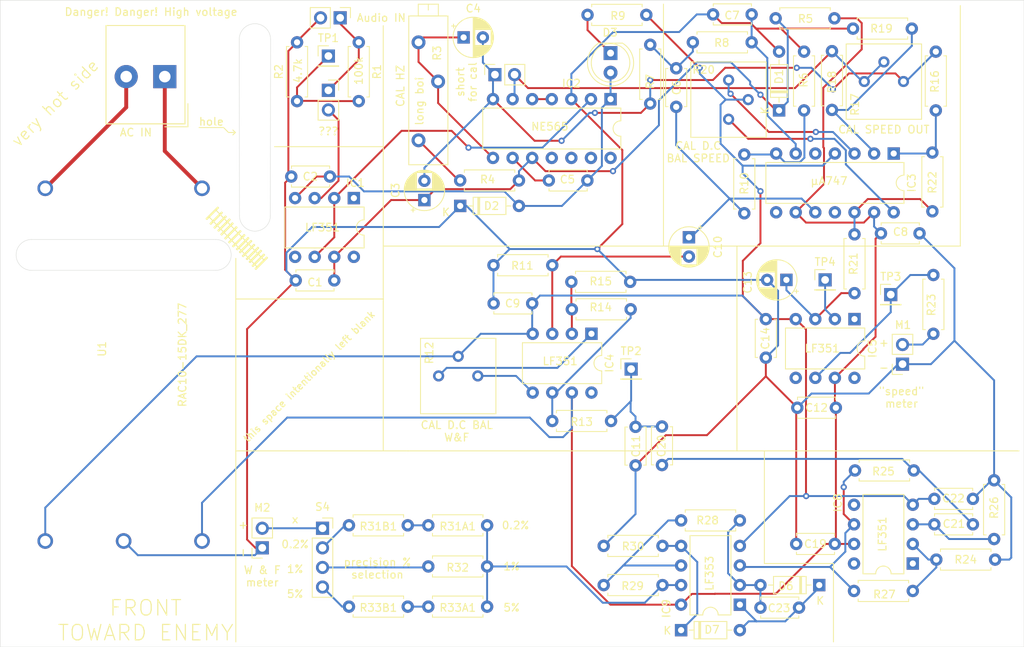
<source format=kicad_pcb>
(kicad_pcb (version 20171130) (host pcbnew 5.1.6-c6e7f7d~87~ubuntu20.04.1)
  (layers (0 F.Cu signal) (31 B.Cu signal) (34 B.Paste user) (35 F.Paste user) (36 B.SilkS user) (37 F.SilkS user) (38 B.Mask user) (39 F.Mask user) (44 Edge.Cuts user))
  (net 0 "")
  (net 1 GND)
  (net 2 "Net-(C1-Pad1)")
  (net 3 "Net-(C2-Pad1)")
  (net 4 "Net-(C3-Pad2)")
  (net 5 "Net-(C4-Pad1)")
  (net 6 "Net-(C5-Pad1)")
  (net 7 "Net-(C10-Pad1)")
  (net 8 "Net-(C6-Pad1)")
  (net 9 "Net-(C7-Pad1)")
  (net 10 +15V)
  (net 11 -15V)
  (net 12 "Net-(C10-Pad2)")
  (net 13 WOW_METER)
  (net 14 "Net-(C13-Pad1)")
  (net 15 "Net-(C20-Pad1)")
  (net 16 "Net-(C21-Pad1)")
  (net 17 "Net-(C23-Pad2)")
  (net 18 "Net-(C23-Pad1)")
  (net 19 "Net-(D3-Pad1)")
  (net 20 "Net-(D7-Pad1)")
  (net 21 "Net-(IC1-Pad8)")
  (net 22 "Net-(IC1-Pad3)")
  (net 23 "Net-(IC1-Pad2)")
  (net 24 "Net-(IC1-Pad5)")
  (net 25 "Net-(IC1-Pad1)")
  (net 26 "Net-(IC2-Pad14)")
  (net 27 "Net-(IC2-Pad13)")
  (net 28 "Net-(IC2-Pad6)")
  (net 29 "Net-(IC2-Pad12)")
  (net 30 "Net-(IC2-Pad4)")
  (net 31 "Net-(IC2-Pad11)")
  (net 32 "Net-(IC3-Pad14)")
  (net 33 "Net-(IC3-Pad7)")
  (net 34 "Net-(IC3-Pad12)")
  (net 35 "Net-(IC3-Pad5)")
  (net 36 "Net-(IC3-Pad11)")
  (net 37 "Net-(IC3-Pad3)")
  (net 38 "Net-(IC3-Pad2)")
  (net 39 "Net-(IC3-Pad8)")
  (net 40 "Net-(IC3-Pad1)")
  (net 41 "Net-(IC4-Pad8)")
  (net 42 "Net-(IC4-Pad6)")
  (net 43 "Net-(IC4-Pad2)")
  (net 44 "Net-(IC4-Pad5)")
  (net 45 "Net-(IC4-Pad1)")
  (net 46 "Net-(IC5-Pad8)")
  (net 47 SPEED_METER)
  (net 48 "Net-(IC5-Pad2)")
  (net 49 "Net-(IC5-Pad5)")
  (net 50 "Net-(IC5-Pad1)")
  (net 51 "Net-(IC8-Pad8)")
  (net 52 "Net-(IC8-Pad6)")
  (net 53 "Net-(IC8-Pad2)")
  (net 54 "Net-(IC8-Pad5)")
  (net 55 "Net-(IC8-Pad1)")
  (net 56 "Net-(IC9-Pad7)")
  (net 57 "Net-(IC9-Pad6)")
  (net 58 "Net-(J1-Pad1)")
  (net 59 "Net-(J3-Pad2)")
  (net 60 "Net-(J3-Pad1)")
  (net 61 "Net-(M1-Pad2)")
  (net 62 "Net-(M2-Pad2)")
  (net 63 "Net-(R1-Pad2)")
  (net 64 "Net-(R3-Pad1)")
  (net 65 /1%)
  (net 66 "Net-(R31A1-Pad2)")
  (net 67 /0.2%)
  (net 68 "Net-(R33A1-Pad2)")
  (net 69 /5%)
  (module d_power:RAC10-15DK_277 (layer F.Cu) (at 54.102 39.624 270)
    (fp_text reference U1 (at 20.828 12.954 90) (layer F.SilkS))
    (fp_text value RAC10-15DK_277 (at 21.59 2.54 90) (layer F.SilkS))
    (pad 5 thru_hole circle (at 45.72 0 270) (size 2.025 2.025) (drill 1.35) (layers *.Cu *.Mask) (net 10 +15V))
    (pad 4 thru_hole circle (at 45.72 10.16 270) (size 2.025 2.025) (drill 1.35) (layers *.Cu *.Mask) (net 1 GND))
    (pad 3 thru_hole circle (at 45.72 20.32 270) (size 2.025 2.025) (drill 1.35) (layers *.Cu *.Mask) (net 11 -15V))
    (pad 2 thru_hole circle (at 0 20.32 270) (size 2.025 2.025) (drill 1.35) (layers *.Cu *.Mask) (net 59 "Net-(J3-Pad2)"))
    (pad 1 thru_hole circle (at 0 0 270) (size 2.025 2.025) (drill 1.35) (layers *.Cu *.Mask) (net 60 "Net-(J3-Pad1)"))
  )
  (module Connector_PinHeader_2.54mm:PinHeader_1x01_P2.54mm_Vertical (layer F.Cu) (at 134.874 51.4985)
    (fp_text reference TP4 (at 0 -2.33) (layer F.SilkS))
    (fp_text value SPEED+_OUT)
    (pad 1 thru_hole rect (at 0 0) (size 1.7 1.7) (drill 1) (layers *.Cu *.Mask) (net 48 "Net-(IC5-Pad2)"))
  )
  (module Connector_PinHeader_2.54mm:PinHeader_1x01_P2.54mm_Vertical (layer F.Cu) (at 143.383 53.4035)
    (fp_text reference TP3 (at 0 -2.33) (layer F.SilkS))
    (fp_text value SPEED-_OUT)
    (pad 1 thru_hole rect (at 0 0) (size 1.7 1.7) (drill 1) (layers *.Cu *.Mask) (net 47 SPEED_METER))
  )
  (module Connector_PinHeader_2.54mm:PinHeader_1x01_P2.54mm_Vertical (layer F.Cu) (at 109.728 63.0555)
    (fp_text reference TP2 (at 0 -2.33) (layer F.SilkS))
    (fp_text value WOW_OUT)
    (pad 1 thru_hole rect (at 0 0) (size 1.7 1.7) (drill 1) (layers *.Cu *.Mask) (net 13 WOW_METER))
  )
  (module Connector_PinHeader_2.54mm:PinHeader_1x01_P2.54mm_Vertical (layer F.Cu) (at 70.485 22.479)
    (fp_text reference TP1 (at 0 -2.33) (layer F.SilkS))
    (fp_text value TestPoint)
    (pad 1 thru_hole rect (at 0 0) (size 1.7 1.7) (drill 1) (layers *.Cu *.Mask) (net 63 "Net-(R1-Pad2)"))
  )
  (module Connector_PinSocket_2.54mm:PinSocket_1x04_P2.54mm_Vertical (layer F.Cu) (at 69.723 83.693)
    (fp_text reference S4 (at 0 -2.77) (layer F.SilkS))
    (fp_text value "W & F scale")
    (pad 4 thru_hole oval (at 0 7.62) (size 1.7 1.7) (drill 1) (layers *.Cu *.Mask) (net 69 /5%))
    (pad 3 thru_hole oval (at 0 5.08) (size 1.7 1.7) (drill 1) (layers *.Cu *.Mask) (net 65 /1%))
    (pad 2 thru_hole oval (at 0 2.54) (size 1.7 1.7) (drill 1) (layers *.Cu *.Mask) (net 67 /0.2%))
    (pad 1 thru_hole rect (at 0 0) (size 1.7 1.7) (drill 1) (layers *.Cu *.Mask) (net 62 "Net-(M2-Pad2)"))
  )
  (module Connector_PinSocket_2.54mm:PinSocket_1x02_P2.54mm_Vertical (layer F.Cu) (at 70.485 26.924)
    (fp_text reference S2 hide)
    (fp_text value ??? (at 0 5.31) (layer F.SilkS))
    (pad 2 thru_hole oval (at 0 2.54) (size 1.7 1.7) (drill 1) (layers *.Cu *.Mask) (net 22 "Net-(IC1-Pad3)"))
    (pad 1 thru_hole rect (at 0 0) (size 1.7 1.7) (drill 1) (layers *.Cu *.Mask) (net 58 "Net-(J1-Pad1)"))
  )
  (module Resistor_THT:R_Axial_DIN0207_L6.3mm_D2.5mm_P7.62mm_Horizontal (layer F.Cu) (at 80.772 93.853 180)
    (fp_text reference R33B1 (at 3.81 -0.1475) (layer F.SilkS))
    (fp_text value 8.2k)
    (pad 2 thru_hole oval (at 7.62 0 180) (size 1.6 1.6) (drill 0.8) (layers *.Cu *.Mask) (net 69 /5%))
    (pad 1 thru_hole circle (at 0 0 180) (size 1.6 1.6) (drill 0.8) (layers *.Cu *.Mask) (net 68 "Net-(R33A1-Pad2)"))
  )
  (module Resistor_THT:R_Axial_DIN0207_L6.3mm_D2.5mm_P7.62mm_Horizontal (layer F.Cu) (at 91.059 93.853 180)
    (fp_text reference R33A1 (at 3.81 -0.1475) (layer F.SilkS))
    (fp_text value 160k)
    (pad 2 thru_hole oval (at 7.62 0 180) (size 1.6 1.6) (drill 0.8) (layers *.Cu *.Mask) (net 68 "Net-(R33A1-Pad2)"))
    (pad 1 thru_hole circle (at 0 0 180) (size 1.6 1.6) (drill 0.8) (layers *.Cu *.Mask) (net 56 "Net-(IC9-Pad7)"))
  )
  (module Resistor_THT:R_Axial_DIN0207_L6.3mm_D2.5mm_P7.62mm_Horizontal (layer F.Cu) (at 80.772 83.312 180)
    (fp_text reference R31B1 (at 3.81 -0.1475) (layer F.SilkS))
    (fp_text value 200R)
    (pad 2 thru_hole oval (at 7.62 0 180) (size 1.6 1.6) (drill 0.8) (layers *.Cu *.Mask) (net 67 /0.2%))
    (pad 1 thru_hole circle (at 0 0 180) (size 1.6 1.6) (drill 0.8) (layers *.Cu *.Mask) (net 66 "Net-(R31A1-Pad2)"))
  )
  (module Resistor_THT:R_Axial_DIN0207_L6.3mm_D2.5mm_P7.62mm_Horizontal (layer F.Cu) (at 91.059 83.312 180)
    (fp_text reference R31A1 (at 3.81 -0.1475) (layer F.SilkS))
    (fp_text value 5.1k)
    (pad 2 thru_hole oval (at 7.62 0 180) (size 1.6 1.6) (drill 0.8) (layers *.Cu *.Mask) (net 66 "Net-(R31A1-Pad2)"))
    (pad 1 thru_hole circle (at 0 0 180) (size 1.6 1.6) (drill 0.8) (layers *.Cu *.Mask) (net 56 "Net-(IC9-Pad7)"))
  )
  (module Resistor_THT:R_Axial_DIN0207_L6.3mm_D2.5mm_P7.62mm_Horizontal (layer F.Cu) (at 91.059 88.646 180)
    (fp_text reference R32 (at 3.81 -0.1475) (layer F.SilkS))
    (fp_text value 33k)
    (pad 2 thru_hole oval (at 7.62 0 180) (size 1.6 1.6) (drill 0.8) (layers *.Cu *.Mask) (net 65 /1%))
    (pad 1 thru_hole circle (at 0 0 180) (size 1.6 1.6) (drill 0.8) (layers *.Cu *.Mask) (net 56 "Net-(IC9-Pad7)"))
  )
  (module Resistor_THT:R_Axial_DIN0207_L6.3mm_D2.5mm_P7.62mm_Horizontal (layer F.Cu) (at 113.792 85.979 180)
    (fp_text reference R30 (at 3.81 -0.0635) (layer F.SilkS))
    (fp_text value 4.7k)
    (pad 2 thru_hole oval (at 7.62 0 180) (size 1.6 1.6) (drill 0.8) (layers *.Cu *.Mask) (net 1 GND))
    (pad 1 thru_hole circle (at 0 0 180) (size 1.6 1.6) (drill 0.8) (layers *.Cu *.Mask) (net 20 "Net-(D7-Pad1)"))
  )
  (module Resistor_THT:R_Axial_DIN0207_L6.3mm_D2.5mm_P7.62mm_Horizontal (layer F.Cu) (at 113.792 91.059 180)
    (fp_text reference R29 (at 3.8735 -0.127) (layer F.SilkS))
    (fp_text value 10k)
    (pad 2 thru_hole oval (at 7.62 0 180) (size 1.6 1.6) (drill 0.8) (layers *.Cu *.Mask) (net 57 "Net-(IC9-Pad6)"))
    (pad 1 thru_hole circle (at 0 0 180) (size 1.6 1.6) (drill 0.8) (layers *.Cu *.Mask) (net 56 "Net-(IC9-Pad7)"))
  )
  (module Resistor_THT:R_Axial_DIN0207_L6.3mm_D2.5mm_P7.62mm_Horizontal (layer F.Cu) (at 116.205 82.677)
    (fp_text reference R28 (at 3.429 0) (layer F.SilkS))
    (fp_text value 10k)
    (pad 2 thru_hole oval (at 7.62 0) (size 1.6 1.6) (drill 0.8) (layers *.Cu *.Mask) (net 18 "Net-(C23-Pad1)"))
    (pad 1 thru_hole circle (at 0 0) (size 1.6 1.6) (drill 0.8) (layers *.Cu *.Mask) (net 57 "Net-(IC9-Pad6)"))
  )
  (module Resistor_THT:R_Axial_DIN0207_L6.3mm_D2.5mm_P7.62mm_Horizontal (layer F.Cu) (at 146.2405 91.821 180)
    (fp_text reference R27 (at 3.683 -0.4445) (layer F.SilkS))
    (fp_text value 9.1k)
    (pad 2 thru_hole oval (at 7.62 0 180) (size 1.6 1.6) (drill 0.8) (layers *.Cu *.Mask) (net 52 "Net-(IC8-Pad6)"))
    (pad 1 thru_hole circle (at 0 0 180) (size 1.6 1.6) (drill 0.8) (layers *.Cu *.Mask) (net 53 "Net-(IC8-Pad2)"))
  )
  (module Resistor_THT:R_Axial_DIN0207_L6.3mm_D2.5mm_P7.62mm_Horizontal (layer F.Cu) (at 156.7815 85.09 90)
    (fp_text reference R26 (at 4.064 0 90) (layer F.SilkS))
    (fp_text value 1.5M)
    (pad 2 thru_hole oval (at 7.62 0 90) (size 1.6 1.6) (drill 0.8) (layers *.Cu *.Mask) (net 1 GND))
    (pad 1 thru_hole circle (at 0 0 90) (size 1.6 1.6) (drill 0.8) (layers *.Cu *.Mask) (net 16 "Net-(C21-Pad1)"))
  )
  (module Resistor_THT:R_Axial_DIN0207_L6.3mm_D2.5mm_P7.62mm_Horizontal (layer F.Cu) (at 146.3675 76.2 180)
    (fp_text reference R25 (at 3.937 -0.127) (layer F.SilkS))
    (fp_text value 1.5M)
    (pad 2 thru_hole oval (at 7.62 0 180) (size 1.6 1.6) (drill 0.8) (layers *.Cu *.Mask) (net 52 "Net-(IC8-Pad6)"))
    (pad 1 thru_hole circle (at 0 0 180) (size 1.6 1.6) (drill 0.8) (layers *.Cu *.Mask) (net 15 "Net-(C20-Pad1)"))
  )
  (module Resistor_THT:R_Axial_DIN0207_L6.3mm_D2.5mm_P7.62mm_Horizontal (layer F.Cu) (at 149.2885 87.757)
    (fp_text reference R24 (at 3.81 0) (layer F.SilkS))
    (fp_text value 13k)
    (pad 2 thru_hole oval (at 7.62 0) (size 1.6 1.6) (drill 0.8) (layers *.Cu *.Mask) (net 1 GND))
    (pad 1 thru_hole circle (at 0 0) (size 1.6 1.6) (drill 0.8) (layers *.Cu *.Mask) (net 53 "Net-(IC8-Pad2)"))
  )
  (module Resistor_THT:R_Axial_DIN0207_L6.3mm_D2.5mm_P7.62mm_Horizontal (layer F.Cu) (at 148.9075 58.4835 90)
    (fp_text reference R23 (at 3.7465 -0.254 90) (layer F.SilkS))
    (fp_text value 100k)
    (pad 2 thru_hole oval (at 7.62 0 90) (size 1.6 1.6) (drill 0.8) (layers *.Cu *.Mask) (net 47 SPEED_METER))
    (pad 1 thru_hole circle (at 0 0 90) (size 1.6 1.6) (drill 0.8) (layers *.Cu *.Mask) (net 61 "Net-(M1-Pad2)"))
  )
  (module Resistor_THT:R_Axial_DIN0207_L6.3mm_D2.5mm_P7.62mm_Horizontal (layer F.Cu) (at 148.7805 42.6085 90)
    (fp_text reference R22 (at 3.7465 0 90) (layer F.SilkS))
    (fp_text value 750k)
    (pad 2 thru_hole oval (at 7.62 0 90) (size 1.6 1.6) (drill 0.8) (layers *.Cu *.Mask) (net 40 "Net-(IC3-Pad1)"))
    (pad 1 thru_hole circle (at 0 0 90) (size 1.6 1.6) (drill 0.8) (layers *.Cu *.Mask) (net 34 "Net-(IC3-Pad12)"))
  )
  (module Resistor_THT:R_Axial_DIN0207_L6.3mm_D2.5mm_P7.62mm_Horizontal (layer F.Cu) (at 138.684 53.213 90)
    (fp_text reference R21 (at 3.81 -0.127 90) (layer F.SilkS))
    (fp_text value 4.7M)
    (pad 2 thru_hole oval (at 7.62 0 90) (size 1.6 1.6) (drill 0.8) (layers *.Cu *.Mask) (net 34 "Net-(IC3-Pad12)"))
    (pad 1 thru_hole circle (at 0 0 90) (size 1.6 1.6) (drill 0.8) (layers *.Cu *.Mask) (net 14 "Net-(C13-Pad1)"))
  )
  (module Potentiometer_THT:Potentiometer_Bourns_3386P_Vertical (layer F.Cu) (at 122.3645 30.6705)
    (fp_text reference R20 (at -3.2385 -6.4135) (layer F.SilkS))
    (fp_text value "10k single-turn")
    (pad 1 thru_hole circle (at 0 0) (size 1.44 1.44) (drill 0.8) (layers *.Cu *.Mask) (net 32 "Net-(IC3-Pad14)"))
    (pad 2 thru_hole circle (at 2.54 -2.54) (size 1.44 1.44) (drill 0.8) (layers *.Cu *.Mask) (net 11 -15V))
    (pad 3 thru_hole circle (at 0 -5.08) (size 1.44 1.44) (drill 0.8) (layers *.Cu *.Mask) (net 37 "Net-(IC3-Pad3)"))
  )
  (module Resistor_THT:R_Axial_DIN0207_L6.3mm_D2.5mm_P7.62mm_Horizontal (layer F.Cu) (at 138.4935 18.923)
    (fp_text reference R19 (at 3.683 0) (layer F.SilkS))
    (fp_text value 750k)
    (pad 2 thru_hole oval (at 7.62 0) (size 1.6 1.6) (drill 0.8) (layers *.Cu *.Mask) (net 38 "Net-(IC3-Pad2)"))
    (pad 1 thru_hole circle (at 0 0) (size 1.6 1.6) (drill 0.8) (layers *.Cu *.Mask) (net 1 GND))
  )
  (module Resistor_THT:R_Axial_DIN0207_L6.3mm_D2.5mm_P7.62mm_Horizontal (layer F.Cu) (at 135.763 29.464 90)
    (fp_text reference R18 (at 3.6195 0 90) (layer F.SilkS))
    (fp_text value 10k)
    (pad 2 thru_hole oval (at 7.62 0 90) (size 1.6 1.6) (drill 0.8) (layers *.Cu *.Mask) (net 28 "Net-(IC2-Pad6)"))
    (pad 1 thru_hole circle (at 0 0 90) (size 1.6 1.6) (drill 0.8) (layers *.Cu *.Mask) (net 38 "Net-(IC3-Pad2)"))
  )
  (module Potentiometer_THT:Potentiometer_Bourns_3386P_Vertical (layer F.Cu) (at 145.034 25.781 90)
    (fp_text reference R17 (at -2.9845 -6.2865 90) (layer F.SilkS))
    (fp_text value "47k single-turn")
    (pad 1 thru_hole circle (at 0 0 90) (size 1.44 1.44) (drill 0.8) (layers *.Cu *.Mask) (net 4 "Net-(C3-Pad2)"))
    (pad 2 thru_hole circle (at 2.54 -2.54 90) (size 1.44 1.44) (drill 0.8) (layers *.Cu *.Mask) (net 28 "Net-(IC2-Pad6)"))
    (pad 3 thru_hole circle (at 0 -5.08 90) (size 1.44 1.44) (drill 0.8) (layers *.Cu *.Mask) (net 28 "Net-(IC2-Pad6)"))
  )
  (module Resistor_THT:R_Axial_DIN0207_L6.3mm_D2.5mm_P7.62mm_Horizontal (layer F.Cu) (at 149.225 29.5275 90)
    (fp_text reference R16 (at 3.7465 -0.127 90) (layer F.SilkS))
    (fp_text value 10k)
    (pad 2 thru_hole oval (at 7.62 0 90) (size 1.6 1.6) (drill 0.8) (layers *.Cu *.Mask) (net 4 "Net-(C3-Pad2)"))
    (pad 1 thru_hole circle (at 0 0 90) (size 1.6 1.6) (drill 0.8) (layers *.Cu *.Mask) (net 40 "Net-(IC3-Pad1)"))
  )
  (module Resistor_THT:R_Axial_DIN0207_L6.3mm_D2.5mm_P7.62mm_Horizontal (layer F.Cu) (at 109.601 51.7525 180)
    (fp_text reference R15 (at 3.81 0.0635) (layer F.SilkS))
    (fp_text value 1k)
    (pad 2 thru_hole oval (at 7.62 0 180) (size 1.6 1.6) (drill 0.8) (layers *.Cu *.Mask) (net 43 "Net-(IC4-Pad2)"))
    (pad 1 thru_hole circle (at 0 0 180) (size 1.6 1.6) (drill 0.8) (layers *.Cu *.Mask) (net 1 GND))
  )
  (module Resistor_THT:R_Axial_DIN0207_L6.3mm_D2.5mm_P7.62mm_Horizontal (layer F.Cu) (at 102.0445 55.3085)
    (fp_text reference R14 (at 3.7465 -0.254) (layer F.SilkS))
    (fp_text value 43k)
    (pad 2 thru_hole oval (at 7.62 0) (size 1.6 1.6) (drill 0.8) (layers *.Cu *.Mask) (net 42 "Net-(IC4-Pad6)"))
    (pad 1 thru_hole circle (at 0 0) (size 1.6 1.6) (drill 0.8) (layers *.Cu *.Mask) (net 43 "Net-(IC4-Pad2)"))
  )
  (module Resistor_THT:R_Axial_DIN0207_L6.3mm_D2.5mm_P7.62mm_Horizontal (layer F.Cu) (at 107.1245 69.7865 180)
    (fp_text reference R13 (at 3.81 -0.127) (layer F.SilkS))
    (fp_text value 4.7k)
    (pad 2 thru_hole oval (at 7.62 0 180) (size 1.6 1.6) (drill 0.8) (layers *.Cu *.Mask) (net 42 "Net-(IC4-Pad6)"))
    (pad 1 thru_hole circle (at 0 0 180) (size 1.6 1.6) (drill 0.8) (layers *.Cu *.Mask) (net 13 WOW_METER))
  )
  (module Potentiometer_THT:Potentiometer_Bourns_3386P_Vertical (layer F.Cu) (at 89.8525 63.9445 90)
    (fp_text reference R12 (at 2.9845 -6.2865 90) (layer F.SilkS))
    (fp_text value "10k single-turn")
    (pad 1 thru_hole circle (at 0 0 90) (size 1.44 1.44) (drill 0.8) (layers *.Cu *.Mask) (net 44 "Net-(IC4-Pad5)"))
    (pad 2 thru_hole circle (at 2.54 -2.54 90) (size 1.44 1.44) (drill 0.8) (layers *.Cu *.Mask) (net 11 -15V))
    (pad 3 thru_hole circle (at 0 -5.08 90) (size 1.44 1.44) (drill 0.8) (layers *.Cu *.Mask) (net 45 "Net-(IC4-Pad1)"))
  )
  (module Resistor_THT:R_Axial_DIN0207_L6.3mm_D2.5mm_P7.62mm_Horizontal (layer F.Cu) (at 99.5045 49.5935 180)
    (fp_text reference R11 (at 3.8735 -0.0635) (layer F.SilkS))
    (fp_text value 4.7M)
    (pad 2 thru_hole oval (at 7.62 0 180) (size 1.6 1.6) (drill 0.8) (layers *.Cu *.Mask) (net 1 GND))
    (pad 1 thru_hole circle (at 0 0 180) (size 1.6 1.6) (drill 0.8) (layers *.Cu *.Mask) (net 12 "Net-(C10-Pad2)"))
  )
  (module Resistor_THT:R_Axial_DIN0207_L6.3mm_D2.5mm_P7.62mm_Horizontal (layer F.Cu) (at 124.3965 35.2425 270)
    (fp_text reference R10 (at 3.7465 0 90) (layer F.SilkS))
    (fp_text value 9.1k)
    (pad 2 thru_hole oval (at 7.62 0 270) (size 1.6 1.6) (drill 0.8) (layers *.Cu *.Mask) (net 7 "Net-(C10-Pad1)"))
    (pad 1 thru_hole circle (at 0 0 270) (size 1.6 1.6) (drill 0.8) (layers *.Cu *.Mask) (net 33 "Net-(IC3-Pad7)"))
  )
  (module Resistor_THT:R_Axial_DIN0207_L6.3mm_D2.5mm_P7.62mm_Horizontal (layer F.Cu) (at 111.6965 17.145 180)
    (fp_text reference R9 (at 3.683 -0.127) (layer F.SilkS))
    (fp_text value "430R 1/2w")
    (pad 2 thru_hole oval (at 7.62 0 180) (size 1.6 1.6) (drill 0.8) (layers *.Cu *.Mask) (net 19 "Net-(D3-Pad1)"))
    (pad 1 thru_hole circle (at 0 0 180) (size 1.6 1.6) (drill 0.8) (layers *.Cu *.Mask) (net 11 -15V))
  )
  (module Resistor_THT:R_Axial_DIN0207_L6.3mm_D2.5mm_P7.62mm_Horizontal (layer F.Cu) (at 125.349 20.701 180)
    (fp_text reference R8 (at 3.8735 -0.0635) (layer F.SilkS))
    (fp_text value 120k)
    (pad 2 thru_hole oval (at 7.62 0 180) (size 1.6 1.6) (drill 0.8) (layers *.Cu *.Mask) (net 8 "Net-(C6-Pad1)"))
    (pad 1 thru_hole circle (at 0 0 180) (size 1.6 1.6) (drill 0.8) (layers *.Cu *.Mask) (net 9 "Net-(C7-Pad1)"))
  )
  (module Resistor_THT:R_Axial_DIN0207_L6.3mm_D2.5mm_P7.62mm_Horizontal (layer F.Cu) (at 112.2045 21.0185 270)
    (fp_text reference R7 (at 4.7625 0 90) (layer F.SilkS))
    (fp_text value 120k)
    (pad 2 thru_hole oval (at 7.62 0 270) (size 1.6 1.6) (drill 0.8) (layers *.Cu *.Mask) (net 4 "Net-(C3-Pad2)"))
    (pad 1 thru_hole circle (at 0 0 270) (size 1.6 1.6) (drill 0.8) (layers *.Cu *.Mask) (net 8 "Net-(C6-Pad1)"))
  )
  (module Resistor_THT:R_Axial_DIN0207_L6.3mm_D2.5mm_P7.62mm_Horizontal (layer F.Cu) (at 132.1435 29.5275 90)
    (fp_text reference R6 (at 3.937 -0.0635 90) (layer F.SilkS))
    (fp_text value 13k)
    (pad 2 thru_hole oval (at 7.62 0 90) (size 1.6 1.6) (drill 0.8) (layers *.Cu *.Mask) (net 1 GND))
    (pad 1 thru_hole circle (at 0 0 90) (size 1.6 1.6) (drill 0.8) (layers *.Cu *.Mask) (net 33 "Net-(IC3-Pad7)"))
  )
  (module Resistor_THT:R_Axial_DIN0207_L6.3mm_D2.5mm_P7.62mm_Horizontal (layer F.Cu) (at 136.0805 17.5895 180)
    (fp_text reference R5 (at 3.7465 -0.0635) (layer F.SilkS))
    (fp_text value "560R 1/2w")
    (pad 2 thru_hole oval (at 7.62 0 180) (size 1.6 1.6) (drill 0.8) (layers *.Cu *.Mask) (net 2 "Net-(C1-Pad1)"))
    (pad 1 thru_hole circle (at 0 0 180) (size 1.6 1.6) (drill 0.8) (layers *.Cu *.Mask) (net 10 +15V))
  )
  (module Resistor_THT:R_Axial_DIN0207_L6.3mm_D2.5mm_P7.62mm_Horizontal (layer F.Cu) (at 95.1865 38.608 180)
    (fp_text reference R4 (at 4.064 0.127) (layer F.SilkS))
    (fp_text value 5.6k)
    (pad 2 thru_hole oval (at 7.62 0 180) (size 1.6 1.6) (drill 0.8) (layers *.Cu *.Mask) (net 64 "Net-(R3-Pad1)"))
    (pad 1 thru_hole circle (at 0 0 180) (size 1.6 1.6) (drill 0.8) (layers *.Cu *.Mask) (net 2 "Net-(C1-Pad1)"))
  )
  (module Potentiometer_THT:Potentiometer_Bourns_3006P_Horizontal (layer F.Cu) (at 82.169 33.401 270)
    (fp_text reference R3 (at -11.303 -2.413 90) (layer F.SilkS))
    (fp_text value "10k, 15T")
    (pad 3 thru_hole circle (at -12.7 0 270) (size 1.8 1.8) (drill 1) (layers *.Cu *.Mask) (net 5 "Net-(C4-Pad1)"))
    (pad 2 thru_hole circle (at -7.62 -2.54 270) (size 1.8 1.8) (drill 1) (layers *.Cu *.Mask) (net 5 "Net-(C4-Pad1)"))
    (pad 1 thru_hole circle (at 0 0 270) (size 1.8 1.8) (drill 1) (layers *.Cu *.Mask) (net 64 "Net-(R3-Pad1)"))
  )
  (module Resistor_THT:R_Axial_DIN0207_L6.3mm_D2.5mm_P7.62mm_Horizontal (layer F.Cu) (at 66.421 28.321 90)
    (fp_text reference R2 (at 3.81 -2.37 90) (layer F.SilkS))
    (fp_text value 4.7k (at 3.937 0.127 90) (layer F.SilkS))
    (pad 2 thru_hole oval (at 7.62 0 90) (size 1.6 1.6) (drill 0.8) (layers *.Cu *.Mask) (net 1 GND))
    (pad 1 thru_hole circle (at 0 0 90) (size 1.6 1.6) (drill 0.8) (layers *.Cu *.Mask) (net 63 "Net-(R1-Pad2)"))
  )
  (module Resistor_THT:R_Axial_DIN0207_L6.3mm_D2.5mm_P7.62mm_Horizontal (layer F.Cu) (at 74.422 20.701 270)
    (fp_text reference R1 (at 3.81 -2.37 90) (layer F.SilkS))
    (fp_text value 100k (at 3.683 0 90) (layer F.SilkS))
    (pad 2 thru_hole oval (at 7.62 0 270) (size 1.6 1.6) (drill 0.8) (layers *.Cu *.Mask) (net 63 "Net-(R1-Pad2)"))
    (pad 1 thru_hole circle (at 0 0 270) (size 1.6 1.6) (drill 0.8) (layers *.Cu *.Mask) (net 58 "Net-(J1-Pad1)"))
  )
  (module Connector_PinSocket_2.54mm:PinSocket_1x02_P2.54mm_Vertical (layer F.Cu) (at 61.9125 86.233 180)
    (fp_text reference M2 (at 0 5.207) (layer F.SilkS))
    (fp_text value "0-50µA microammeter")
    (pad 2 thru_hole oval (at 0 2.54 180) (size 1.7 1.7) (drill 1) (layers *.Cu *.Mask) (net 62 "Net-(M2-Pad2)"))
    (pad 1 thru_hole rect (at 0 0 180) (size 1.7 1.7) (drill 1) (layers *.Cu *.Mask) (net 1 GND))
  )
  (module Connector_PinSocket_2.54mm:PinSocket_1x02_P2.54mm_Vertical (layer F.Cu) (at 144.907 62.4205 180)
    (fp_text reference M1 (at -0.0635 5.08) (layer F.SilkS))
    (fp_text value "50-0-50µA microammeter" hide)
    (pad 2 thru_hole oval (at 0 2.54 180) (size 1.7 1.7) (drill 1) (layers *.Cu *.Mask) (net 61 "Net-(M1-Pad2)"))
    (pad 1 thru_hole rect (at 0 0 180) (size 1.7 1.7) (drill 1) (layers *.Cu *.Mask) (net 1 GND))
  )
  (module TerminalBlock_Altech:Altech_AK300_1x02_P5.00mm_45-Degree (layer F.Cu) (at 49.276 25.146 180)
    (fp_text reference J3 hide)
    (fp_text value "AC IN" (at 3.7465 -7.239) (layer F.SilkS))
    (pad 2 thru_hole circle (at 5 0 180) (size 3 3) (drill 1.5) (layers *.Cu *.Mask) (net 59 "Net-(J3-Pad2)"))
    (pad 1 thru_hole rect (at 0 0 180) (size 3 3) (drill 1.5) (layers *.Cu *.Mask) (net 60 "Net-(J3-Pad1)"))
  )
  (module Connector_PinSocket_2.54mm:PinSocket_1x02_P2.54mm_Vertical (layer F.Cu) (at 92.075 24.892 90)
    (fp_text reference J2 hide)
    (fp_text value CAL_JMP)
    (pad 2 thru_hole oval (at 0 2.54 90) (size 1.7 1.7) (drill 1) (layers *.Cu *.Mask) (net 28 "Net-(IC2-Pad6)"))
    (pad 1 thru_hole rect (at 0 0 90) (size 1.7 1.7) (drill 1) (layers *.Cu *.Mask) (net 4 "Net-(C3-Pad2)"))
  )
  (module Connector_PinHeader_2.54mm:PinHeader_1x02_P2.54mm_Vertical (layer F.Cu) (at 72.009 17.526 270)
    (fp_text reference J1 hide)
    (fp_text value "Audio IN" (at 0 -5.334 180) (layer F.SilkS))
    (pad 2 thru_hole oval (at 0 2.54 270) (size 1.7 1.7) (drill 1) (layers *.Cu *.Mask) (net 1 GND))
    (pad 1 thru_hole rect (at 0 0 270) (size 1.7 1.7) (drill 1) (layers *.Cu *.Mask) (net 58 "Net-(J1-Pad1)"))
  )
  (module Package_DIP:DIP-8_W7.62mm (layer F.Cu) (at 123.825 93.599 180)
    (fp_text reference IC9 (at 9.525 -0.508 90) (layer F.SilkS))
    (fp_text value LF353 (at 3.937 4.064 90) (layer F.SilkS))
    (pad 8 thru_hole oval (at 7.62 0 180) (size 1.6 1.6) (drill 0.8) (layers *.Cu *.Mask) (net 10 +15V))
    (pad 4 thru_hole oval (at 0 7.62 180) (size 1.6 1.6) (drill 0.8) (layers *.Cu *.Mask) (net 11 -15V))
    (pad 7 thru_hole oval (at 7.62 2.54 180) (size 1.6 1.6) (drill 0.8) (layers *.Cu *.Mask) (net 56 "Net-(IC9-Pad7)"))
    (pad 3 thru_hole oval (at 0 5.08 180) (size 1.6 1.6) (drill 0.8) (layers *.Cu *.Mask) (net 52 "Net-(IC8-Pad6)"))
    (pad 6 thru_hole oval (at 7.62 5.08 180) (size 1.6 1.6) (drill 0.8) (layers *.Cu *.Mask) (net 57 "Net-(IC9-Pad6)"))
    (pad 2 thru_hole oval (at 0 2.54 180) (size 1.6 1.6) (drill 0.8) (layers *.Cu *.Mask) (net 18 "Net-(C23-Pad1)"))
    (pad 5 thru_hole oval (at 7.62 7.62 180) (size 1.6 1.6) (drill 0.8) (layers *.Cu *.Mask) (net 20 "Net-(D7-Pad1)"))
    (pad 1 thru_hole rect (at 0 0 180) (size 1.6 1.6) (drill 0.8) (layers *.Cu *.Mask) (net 17 "Net-(C23-Pad2)"))
  )
  (module Package_DIP:DIP-8_W7.62mm (layer F.Cu) (at 146.2405 88.265 180)
    (fp_text reference IC8 (at 9.7155 7.874 90) (layer F.SilkS))
    (fp_text value LF351 (at 3.937 3.81 90) (layer F.SilkS))
    (pad 8 thru_hole oval (at 7.62 0 180) (size 1.6 1.6) (drill 0.8) (layers *.Cu *.Mask) (net 51 "Net-(IC8-Pad8)"))
    (pad 4 thru_hole oval (at 0 7.62 180) (size 1.6 1.6) (drill 0.8) (layers *.Cu *.Mask) (net 11 -15V))
    (pad 7 thru_hole oval (at 7.62 2.54 180) (size 1.6 1.6) (drill 0.8) (layers *.Cu *.Mask) (net 10 +15V))
    (pad 3 thru_hole oval (at 0 5.08 180) (size 1.6 1.6) (drill 0.8) (layers *.Cu *.Mask) (net 16 "Net-(C21-Pad1)"))
    (pad 6 thru_hole oval (at 7.62 5.08 180) (size 1.6 1.6) (drill 0.8) (layers *.Cu *.Mask) (net 52 "Net-(IC8-Pad6)"))
    (pad 2 thru_hole oval (at 0 2.54 180) (size 1.6 1.6) (drill 0.8) (layers *.Cu *.Mask) (net 53 "Net-(IC8-Pad2)"))
    (pad 5 thru_hole oval (at 7.62 7.62 180) (size 1.6 1.6) (drill 0.8) (layers *.Cu *.Mask) (net 54 "Net-(IC8-Pad5)"))
    (pad 1 thru_hole rect (at 0 0 180) (size 1.6 1.6) (drill 0.8) (layers *.Cu *.Mask) (net 55 "Net-(IC8-Pad1)"))
  )
  (module Package_DIP:DIP-8_W7.62mm (layer F.Cu) (at 138.684 56.5785 270)
    (fp_text reference IC5 (at 3.81 -2.33 90) (layer F.SilkS))
    (fp_text value LF351 (at 3.81 4.191 180) (layer F.SilkS))
    (pad 8 thru_hole oval (at 7.62 0 270) (size 1.6 1.6) (drill 0.8) (layers *.Cu *.Mask) (net 46 "Net-(IC5-Pad8)"))
    (pad 4 thru_hole oval (at 0 7.62 270) (size 1.6 1.6) (drill 0.8) (layers *.Cu *.Mask) (net 11 -15V))
    (pad 7 thru_hole oval (at 7.62 2.54 270) (size 1.6 1.6) (drill 0.8) (layers *.Cu *.Mask) (net 10 +15V))
    (pad 3 thru_hole oval (at 0 5.08 270) (size 1.6 1.6) (drill 0.8) (layers *.Cu *.Mask) (net 14 "Net-(C13-Pad1)"))
    (pad 6 thru_hole oval (at 7.62 5.08 270) (size 1.6 1.6) (drill 0.8) (layers *.Cu *.Mask) (net 47 SPEED_METER))
    (pad 2 thru_hole oval (at 0 2.54 270) (size 1.6 1.6) (drill 0.8) (layers *.Cu *.Mask) (net 48 "Net-(IC5-Pad2)"))
    (pad 5 thru_hole oval (at 7.62 7.62 270) (size 1.6 1.6) (drill 0.8) (layers *.Cu *.Mask) (net 49 "Net-(IC5-Pad5)"))
    (pad 1 thru_hole rect (at 0 0 270) (size 1.6 1.6) (drill 0.8) (layers *.Cu *.Mask) (net 50 "Net-(IC5-Pad1)"))
  )
  (module Package_DIP:DIP-8_W7.62mm (layer F.Cu) (at 104.5845 58.4835 270)
    (fp_text reference IC4 (at 3.81 -2.33 90) (layer F.SilkS))
    (fp_text value LF351 (at 3.556 4.064 180) (layer F.SilkS))
    (pad 8 thru_hole oval (at 7.62 0 270) (size 1.6 1.6) (drill 0.8) (layers *.Cu *.Mask) (net 41 "Net-(IC4-Pad8)"))
    (pad 4 thru_hole oval (at 0 7.62 270) (size 1.6 1.6) (drill 0.8) (layers *.Cu *.Mask) (net 11 -15V))
    (pad 7 thru_hole oval (at 7.62 2.54 270) (size 1.6 1.6) (drill 0.8) (layers *.Cu *.Mask) (net 10 +15V))
    (pad 3 thru_hole oval (at 0 5.08 270) (size 1.6 1.6) (drill 0.8) (layers *.Cu *.Mask) (net 12 "Net-(C10-Pad2)"))
    (pad 6 thru_hole oval (at 7.62 5.08 270) (size 1.6 1.6) (drill 0.8) (layers *.Cu *.Mask) (net 42 "Net-(IC4-Pad6)"))
    (pad 2 thru_hole oval (at 0 2.54 270) (size 1.6 1.6) (drill 0.8) (layers *.Cu *.Mask) (net 43 "Net-(IC4-Pad2)"))
    (pad 5 thru_hole oval (at 7.62 7.62 270) (size 1.6 1.6) (drill 0.8) (layers *.Cu *.Mask) (net 44 "Net-(IC4-Pad5)"))
    (pad 1 thru_hole rect (at 0 0 270) (size 1.6 1.6) (drill 0.8) (layers *.Cu *.Mask) (net 45 "Net-(IC4-Pad1)"))
  )
  (module Package_DIP:DIP-14_W7.62mm (layer F.Cu) (at 143.764 35.1155 270)
    (fp_text reference IC3 (at 3.81 -2.33 90) (layer F.SilkS))
    (fp_text value µA747 (at 3.556 8.382 180) (layer F.SilkS))
    (pad 14 thru_hole oval (at 7.62 0 270) (size 1.6 1.6) (drill 0.8) (layers *.Cu *.Mask) (net 32 "Net-(IC3-Pad14)"))
    (pad 7 thru_hole oval (at 0 15.24 270) (size 1.6 1.6) (drill 0.8) (layers *.Cu *.Mask) (net 33 "Net-(IC3-Pad7)"))
    (pad 13 thru_hole oval (at 7.62 2.54 270) (size 1.6 1.6) (drill 0.8) (layers *.Cu *.Mask) (net 10 +15V))
    (pad 6 thru_hole oval (at 0 12.7 270) (size 1.6 1.6) (drill 0.8) (layers *.Cu *.Mask) (net 9 "Net-(C7-Pad1)"))
    (pad 12 thru_hole oval (at 7.62 5.08 270) (size 1.6 1.6) (drill 0.8) (layers *.Cu *.Mask) (net 34 "Net-(IC3-Pad12)"))
    (pad 5 thru_hole oval (at 0 10.16 270) (size 1.6 1.6) (drill 0.8) (layers *.Cu *.Mask) (net 35 "Net-(IC3-Pad5)"))
    (pad 11 thru_hole oval (at 7.62 7.62 270) (size 1.6 1.6) (drill 0.8) (layers *.Cu *.Mask) (net 36 "Net-(IC3-Pad11)"))
    (pad 4 thru_hole oval (at 0 7.62 270) (size 1.6 1.6) (drill 0.8) (layers *.Cu *.Mask) (net 11 -15V))
    (pad 10 thru_hole oval (at 7.62 10.16 270) (size 1.6 1.6) (drill 0.8) (layers *.Cu *.Mask) (net 7 "Net-(C10-Pad1)"))
    (pad 3 thru_hole oval (at 0 5.08 270) (size 1.6 1.6) (drill 0.8) (layers *.Cu *.Mask) (net 37 "Net-(IC3-Pad3)"))
    (pad 9 thru_hole oval (at 7.62 12.7 270) (size 1.6 1.6) (drill 0.8) (layers *.Cu *.Mask) (net 10 +15V))
    (pad 2 thru_hole oval (at 0 2.54 270) (size 1.6 1.6) (drill 0.8) (layers *.Cu *.Mask) (net 38 "Net-(IC3-Pad2)"))
    (pad 8 thru_hole oval (at 7.62 15.24 270) (size 1.6 1.6) (drill 0.8) (layers *.Cu *.Mask) (net 39 "Net-(IC3-Pad8)"))
    (pad 1 thru_hole rect (at 0 0 270) (size 1.6 1.6) (drill 0.8) (layers *.Cu *.Mask) (net 40 "Net-(IC3-Pad1)"))
  )
  (module Package_DIP:DIP-14_W7.62mm (layer F.Cu) (at 107.061 28.067 270)
    (fp_text reference IC2 (at -2.032 5.08 180) (layer F.SilkS))
    (fp_text value NE565 (at 3.556 7.874 180) (layer F.SilkS))
    (pad 14 thru_hole oval (at 7.62 0 270) (size 1.6 1.6) (drill 0.8) (layers *.Cu *.Mask) (net 26 "Net-(IC2-Pad14)"))
    (pad 7 thru_hole oval (at 0 15.24 270) (size 1.6 1.6) (drill 0.8) (layers *.Cu *.Mask) (net 4 "Net-(C3-Pad2)"))
    (pad 13 thru_hole oval (at 7.62 2.54 270) (size 1.6 1.6) (drill 0.8) (layers *.Cu *.Mask) (net 27 "Net-(IC2-Pad13)"))
    (pad 6 thru_hole oval (at 0 12.7 270) (size 1.6 1.6) (drill 0.8) (layers *.Cu *.Mask) (net 28 "Net-(IC2-Pad6)"))
    (pad 12 thru_hole oval (at 7.62 5.08 270) (size 1.6 1.6) (drill 0.8) (layers *.Cu *.Mask) (net 29 "Net-(IC2-Pad12)"))
    (pad 5 thru_hole oval (at 0 10.16 270) (size 1.6 1.6) (drill 0.8) (layers *.Cu *.Mask) (net 30 "Net-(IC2-Pad4)"))
    (pad 11 thru_hole oval (at 7.62 7.62 270) (size 1.6 1.6) (drill 0.8) (layers *.Cu *.Mask) (net 31 "Net-(IC2-Pad11)"))
    (pad 4 thru_hole oval (at 0 7.62 270) (size 1.6 1.6) (drill 0.8) (layers *.Cu *.Mask) (net 30 "Net-(IC2-Pad4)"))
    (pad 10 thru_hole oval (at 7.62 10.16 270) (size 1.6 1.6) (drill 0.8) (layers *.Cu *.Mask) (net 2 "Net-(C1-Pad1)"))
    (pad 3 thru_hole oval (at 0 5.08 270) (size 1.6 1.6) (drill 0.8) (layers *.Cu *.Mask) (net 1 GND))
    (pad 9 thru_hole oval (at 7.62 12.7 270) (size 1.6 1.6) (drill 0.8) (layers *.Cu *.Mask) (net 6 "Net-(C5-Pad1)"))
    (pad 2 thru_hole oval (at 0 2.54 270) (size 1.6 1.6) (drill 0.8) (layers *.Cu *.Mask) (net 23 "Net-(IC1-Pad2)"))
    (pad 8 thru_hole oval (at 7.62 15.24 270) (size 1.6 1.6) (drill 0.8) (layers *.Cu *.Mask) (net 5 "Net-(C4-Pad1)"))
    (pad 1 thru_hole rect (at 0 0 270) (size 1.6 1.6) (drill 0.8) (layers *.Cu *.Mask) (net 3 "Net-(C2-Pad1)"))
  )
  (module Package_DIP:DIP-8_W7.62mm (layer F.Cu) (at 73.787 40.894 270)
    (fp_text reference IC1 (at -1.9685 -0.1905 180) (layer F.SilkS))
    (fp_text value LF351 (at 3.81 4.064 180) (layer F.SilkS))
    (pad 8 thru_hole oval (at 7.62 0 270) (size 1.6 1.6) (drill 0.8) (layers *.Cu *.Mask) (net 21 "Net-(IC1-Pad8)"))
    (pad 4 thru_hole oval (at 0 7.62 270) (size 1.6 1.6) (drill 0.8) (layers *.Cu *.Mask) (net 3 "Net-(C2-Pad1)"))
    (pad 7 thru_hole oval (at 7.62 2.54 270) (size 1.6 1.6) (drill 0.8) (layers *.Cu *.Mask) (net 2 "Net-(C1-Pad1)"))
    (pad 3 thru_hole oval (at 0 5.08 270) (size 1.6 1.6) (drill 0.8) (layers *.Cu *.Mask) (net 22 "Net-(IC1-Pad3)"))
    (pad 6 thru_hole oval (at 7.62 5.08 270) (size 1.6 1.6) (drill 0.8) (layers *.Cu *.Mask) (net 23 "Net-(IC1-Pad2)"))
    (pad 2 thru_hole oval (at 0 2.54 270) (size 1.6 1.6) (drill 0.8) (layers *.Cu *.Mask) (net 23 "Net-(IC1-Pad2)"))
    (pad 5 thru_hole oval (at 7.62 7.62 270) (size 1.6 1.6) (drill 0.8) (layers *.Cu *.Mask) (net 24 "Net-(IC1-Pad5)"))
    (pad 1 thru_hole rect (at 0 0 270) (size 1.6 1.6) (drill 0.8) (layers *.Cu *.Mask) (net 25 "Net-(IC1-Pad1)"))
  )
  (module Diode_THT:D_DO-35_SOD27_P7.62mm_Horizontal (layer F.Cu) (at 116.205 96.901)
    (fp_text reference D7 (at 4.0005 -0.0635) (layer F.SilkS))
    (fp_text value 1N4148)
    (fp_text user K (at -1.778 0.0635) (layer F.SilkS))
    (pad 2 thru_hole oval (at 7.62 0) (size 1.6 1.6) (drill 0.8) (layers *.Cu *.Mask) (net 17 "Net-(C23-Pad2)"))
    (pad 1 thru_hole rect (at 0 0) (size 1.6 1.6) (drill 0.8) (layers *.Cu *.Mask) (net 20 "Net-(D7-Pad1)"))
  )
  (module Diode_THT:D_DO-35_SOD27_P7.62mm_Horizontal (layer F.Cu) (at 134.112 91.059 180)
    (fp_text reference D6 (at 4.318 -0.127) (layer F.SilkS))
    (fp_text value 1N4148)
    (fp_text user K (at -0.127 -2.032) (layer F.SilkS))
    (pad 2 thru_hole oval (at 7.62 0 180) (size 1.6 1.6) (drill 0.8) (layers *.Cu *.Mask) (net 18 "Net-(C23-Pad1)"))
    (pad 1 thru_hole rect (at 0 0 180) (size 1.6 1.6) (drill 0.8) (layers *.Cu *.Mask) (net 17 "Net-(C23-Pad2)"))
  )
  (module LED_THT:LED_D5.0mm (layer F.Cu) (at 107.061 22.098 270)
    (fp_text reference D3 (at -2.667 0.0635 180) (layer F.SilkS))
    (fp_text value LED)
    (pad 2 thru_hole circle (at 2.54 0 270) (size 1.8 1.8) (drill 0.9) (layers *.Cu *.Mask) (net 3 "Net-(C2-Pad1)"))
    (pad 1 thru_hole rect (at 0 0 270) (size 1.8 1.8) (drill 0.9) (layers *.Cu *.Mask) (net 19 "Net-(D3-Pad1)"))
  )
  (module Diode_THT:D_DO-35_SOD27_P7.62mm_Horizontal (layer F.Cu) (at 87.5665 41.91)
    (fp_text reference D2 (at 4.064 0) (layer F.SilkS))
    (fp_text value "6V 500mW zener")
    (fp_text user K (at -1.8415 0.8255) (layer F.SilkS))
    (pad 2 thru_hole oval (at 7.62 0) (size 1.6 1.6) (drill 0.8) (layers *.Cu *.Mask) (net 3 "Net-(C2-Pad1)"))
    (pad 1 thru_hole rect (at 0 0) (size 1.6 1.6) (drill 0.8) (layers *.Cu *.Mask) (net 1 GND))
  )
  (module Diode_THT:D_DO-35_SOD27_P7.62mm_Horizontal (layer F.Cu) (at 128.905 29.5275 90)
    (fp_text reference D1 (at 4.3815 0 90) (layer F.SilkS))
    (fp_text value "6V 500mW zener")
    (fp_text user K (at 0 -1.8 90) (layer F.SilkS))
    (pad 2 thru_hole oval (at 7.62 0 90) (size 1.6 1.6) (drill 0.8) (layers *.Cu *.Mask) (net 1 GND))
    (pad 1 thru_hole rect (at 0 0 90) (size 1.6 1.6) (drill 0.8) (layers *.Cu *.Mask) (net 2 "Net-(C1-Pad1)"))
  )
  (module Capacitor_THT:C_Disc_D4.7mm_W2.5mm_P5.00mm (layer F.Cu) (at 126.492 93.98)
    (fp_text reference C23 (at 2.413 0.0635) (layer F.SilkS))
    (fp_text value "100pF cerdisc")
    (pad 2 thru_hole circle (at 5 0) (size 1.6 1.6) (drill 0.8) (layers *.Cu *.Mask) (net 17 "Net-(C23-Pad2)"))
    (pad 1 thru_hole circle (at 0 0) (size 1.6 1.6) (drill 0.8) (layers *.Cu *.Mask) (net 18 "Net-(C23-Pad1)"))
  )
  (module Capacitor_THT:C_Disc_D4.7mm_W2.5mm_P5.00mm (layer F.Cu) (at 149.0345 79.883)
    (fp_text reference C22 (at 2.4765 -0.0635) (layer F.SilkS))
    (fp_text value "0.022uF cerdisc")
    (pad 2 thru_hole circle (at 5 0) (size 1.6 1.6) (drill 0.8) (layers *.Cu *.Mask) (net 1 GND))
    (pad 1 thru_hole circle (at 0 0) (size 1.6 1.6) (drill 0.8) (layers *.Cu *.Mask) (net 11 -15V))
  )
  (module Capacitor_THT:C_Disc_D4.7mm_W2.5mm_P5.00mm (layer F.Cu) (at 131.1275 85.725)
    (fp_text reference C19 (at 2.4765 0) (layer F.SilkS))
    (fp_text value "0.022uF cerdisc")
    (pad 2 thru_hole circle (at 5 0) (size 1.6 1.6) (drill 0.8) (layers *.Cu *.Mask) (net 10 +15V))
    (pad 1 thru_hole circle (at 0 0) (size 1.6 1.6) (drill 0.8) (layers *.Cu *.Mask) (net 1 GND))
  )
  (module Capacitor_THT:C_Disc_D4.7mm_W2.5mm_P5.00mm (layer F.Cu) (at 127.1905 56.5785 270)
    (fp_text reference C14 (at 2.5 0.0635 90) (layer F.SilkS))
    (fp_text value "0.022uF cerdisc")
    (pad 2 thru_hole circle (at 5 0 270) (size 1.6 1.6) (drill 0.8) (layers *.Cu *.Mask) (net 1 GND))
    (pad 1 thru_hole circle (at 0 0 270) (size 1.6 1.6) (drill 0.8) (layers *.Cu *.Mask) (net 11 -15V))
  )
  (module Capacitor_THT:CP_Radial_D5.0mm_P2.50mm (layer F.Cu) (at 129.8575 51.4985 180)
    (fp_text reference C13 (at 5.0165 -0.3175 90) (layer F.SilkS))
    (fp_text value 0.22uF)
    (pad 2 thru_hole circle (at 2.5 0 180) (size 1.6 1.6) (drill 0.8) (layers *.Cu *.Mask) (net 1 GND))
    (pad 1 thru_hole rect (at 0 0 180) (size 1.6 1.6) (drill 0.8) (layers *.Cu *.Mask) (net 14 "Net-(C13-Pad1)"))
  )
  (module Capacitor_THT:C_Disc_D4.7mm_W2.5mm_P5.00mm (layer F.Cu) (at 136.271 68.072 180)
    (fp_text reference C12 (at 2.5 0) (layer F.SilkS))
    (fp_text value "0.022uF cerdisc")
    (pad 2 thru_hole circle (at 5 0 180) (size 1.6 1.6) (drill 0.8) (layers *.Cu *.Mask) (net 1 GND))
    (pad 1 thru_hole circle (at 0 0 180) (size 1.6 1.6) (drill 0.8) (layers *.Cu *.Mask) (net 10 +15V))
  )
  (module Capacitor_THT:C_Disc_D4.7mm_W2.5mm_P5.00mm (layer F.Cu) (at 110.2995 70.5485 270)
    (fp_text reference C11 (at 2.5 -0.0635 90) (layer F.SilkS))
    (fp_text value "0.022uF cerdisc")
    (pad 2 thru_hole circle (at 5 0 270) (size 1.6 1.6) (drill 0.8) (layers *.Cu *.Mask) (net 1 GND))
    (pad 1 thru_hole circle (at 0 0 270) (size 1.6 1.6) (drill 0.8) (layers *.Cu *.Mask) (net 13 WOW_METER))
  )
  (module Capacitor_THT:CP_Radial_D5.0mm_P2.50mm (layer F.Cu) (at 117.221 45.974 270)
    (fp_text reference C10 (at 1.25 -3.75 90) (layer F.SilkS))
    (fp_text value 0.22uF)
    (pad 2 thru_hole circle (at 2.5 0 270) (size 1.6 1.6) (drill 0.8) (layers *.Cu *.Mask) (net 12 "Net-(C10-Pad2)"))
    (pad 1 thru_hole rect (at 0 0 270) (size 1.6 1.6) (drill 0.8) (layers *.Cu *.Mask) (net 7 "Net-(C10-Pad1)"))
  )
  (module Capacitor_THT:C_Disc_D4.7mm_W2.5mm_P5.00mm (layer F.Cu) (at 96.901 54.5465 180)
    (fp_text reference C9 (at 2.54 0) (layer F.SilkS))
    (fp_text value "0.022uF cerdisc")
    (pad 2 thru_hole circle (at 5 0 180) (size 1.6 1.6) (drill 0.8) (layers *.Cu *.Mask) (net 1 GND))
    (pad 1 thru_hole circle (at 0 0 180) (size 1.6 1.6) (drill 0.8) (layers *.Cu *.Mask) (net 11 -15V))
  )
  (module Capacitor_THT:C_Disc_D4.7mm_W2.5mm_P5.00mm (layer F.Cu) (at 142.113 45.466)
    (fp_text reference C8 (at 2.54 -0.1905) (layer F.SilkS))
    (fp_text value "0.022uF cerdisc")
    (pad 2 thru_hole circle (at 5 0) (size 1.6 1.6) (drill 0.8) (layers *.Cu *.Mask) (net 1 GND))
    (pad 1 thru_hole circle (at 0 0) (size 1.6 1.6) (drill 0.8) (layers *.Cu *.Mask) (net 10 +15V))
  )
  (module Capacitor_THT:C_Disc_D4.7mm_W2.5mm_P5.00mm (layer F.Cu) (at 125.349 17.0815 180)
    (fp_text reference C7 (at 2.54 -0.127) (layer F.SilkS))
    (fp_text value "0.01uF +-10% sty/mica")
    (pad 2 thru_hole circle (at 5 0 180) (size 1.6 1.6) (drill 0.8) (layers *.Cu *.Mask) (net 1 GND))
    (pad 1 thru_hole circle (at 0 0 180) (size 1.6 1.6) (drill 0.8) (layers *.Cu *.Mask) (net 9 "Net-(C7-Pad1)"))
  )
  (module Capacitor_THT:C_Disc_D4.7mm_W2.5mm_P5.00mm (layer F.Cu) (at 115.57 24.0665 270)
    (fp_text reference C6 (at 2.5 -0.0635 90) (layer F.SilkS))
    (fp_text value "0.01uF +-10% sty/mica")
    (pad 2 thru_hole circle (at 5 0 270) (size 1.6 1.6) (drill 0.8) (layers *.Cu *.Mask) (net 7 "Net-(C10-Pad1)"))
    (pad 1 thru_hole circle (at 0 0 270) (size 1.6 1.6) (drill 0.8) (layers *.Cu *.Mask) (net 8 "Net-(C6-Pad1)"))
  )
  (module Capacitor_THT:C_Disc_D4.7mm_W2.5mm_P5.00mm (layer F.Cu) (at 99.06 38.608)
    (fp_text reference C5 (at 2.413 -0.127) (layer F.SilkS))
    (fp_text value "0.01uF +-10% sty/mica")
    (pad 2 thru_hole circle (at 5 0) (size 1.6 1.6) (drill 0.8) (layers *.Cu *.Mask) (net 3 "Net-(C2-Pad1)"))
    (pad 1 thru_hole circle (at 0 0) (size 1.6 1.6) (drill 0.8) (layers *.Cu *.Mask) (net 6 "Net-(C5-Pad1)"))
  )
  (module Capacitor_THT:CP_Radial_D5.0mm_P2.50mm (layer F.Cu) (at 88.011 20.066)
    (fp_text reference C4 (at 1.25 -3.75) (layer F.SilkS))
    (fp_text value 0.001uF)
    (pad 2 thru_hole circle (at 2.5 0) (size 1.6 1.6) (drill 0.8) (layers *.Cu *.Mask) (net 4 "Net-(C3-Pad2)"))
    (pad 1 thru_hole rect (at 0 0) (size 1.6 1.6) (drill 0.8) (layers *.Cu *.Mask) (net 5 "Net-(C4-Pad1)"))
  )
  (module Capacitor_THT:CP_Radial_D5.0mm_P2.50mm (layer F.Cu) (at 82.931 41.148 90)
    (fp_text reference C3 (at 1.25 -3.75 90) (layer F.SilkS))
    (fp_text value 0.1uF)
    (pad 2 thru_hole circle (at 2.5 0 90) (size 1.6 1.6) (drill 0.8) (layers *.Cu *.Mask) (net 4 "Net-(C3-Pad2)"))
    (pad 1 thru_hole rect (at 0 0 90) (size 1.6 1.6) (drill 0.8) (layers *.Cu *.Mask) (net 2 "Net-(C1-Pad1)"))
  )
  (module Capacitor_THT:C_Disc_D4.7mm_W2.5mm_P5.00mm (layer F.Cu) (at 70.6755 38.1 180)
    (fp_text reference C2 (at 2.54 0) (layer F.SilkS))
    (fp_text value "0.022uF cerdisc")
    (pad 2 thru_hole circle (at 5 0 180) (size 1.6 1.6) (drill 0.8) (layers *.Cu *.Mask) (net 1 GND))
    (pad 1 thru_hole circle (at 0 0 180) (size 1.6 1.6) (drill 0.8) (layers *.Cu *.Mask) (net 3 "Net-(C2-Pad1)"))
  )
  (module Capacitor_THT:C_Disc_D4.7mm_W2.5mm_P5.00mm (layer F.Cu) (at 71.247 51.562 180)
    (fp_text reference C1 (at 2.5 -0.254) (layer F.SilkS))
    (fp_text value "0.022uF cerdisc")
    (pad 2 thru_hole circle (at 5 0 180) (size 1.6 1.6) (drill 0.8) (layers *.Cu *.Mask) (net 1 GND))
    (pad 1 thru_hole circle (at 0 0 180) (size 1.6 1.6) (drill 0.8) (layers *.Cu *.Mask) (net 2 "Net-(C1-Pad1)"))
  )
  (module MountingHole:MountingHole_3.2mm_M3 (layer F.Cu) (at 33.02 20.32)
    (fp_text reference H1 hide)
    (fp_text value MountingHole hide)
    (pad 1 np_thru_hole circle (at 0 0) (size 3.2 3.2) (drill 3.2) (layers *.Cu *.Mask))
  )
  (module MountingHole:MountingHole_3.2mm_M3 (layer F.Cu) (at 99.187 20.32)
    (fp_text reference H2 hide)
    (fp_text value MountingHole hide)
    (pad 1 np_thru_hole circle (at 0 0) (size 3.2 3.2) (drill 3.2) (layers *.Cu *.Mask))
  )
  (module MountingHole:MountingHole_3.2mm_M3 (layer F.Cu) (at 155.3845 20.32)
    (fp_text reference H3 hide)
    (fp_text value MountingHole hide)
    (pad 1 np_thru_hole circle (at 0 0) (size 3.2 3.2) (drill 3.2) (layers *.Cu *.Mask))
  )
  (module MountingHole:MountingHole_3.2mm_M3 (layer F.Cu) (at 155.3845 93.98)
    (fp_text reference H4 hide)
    (fp_text value MountingHole hide)
    (pad 1 np_thru_hole circle (at 0 0) (size 3.2 3.2) (drill 3.2) (layers *.Cu *.Mask))
  )
  (module MountingHole:MountingHole_3.2mm_M3 (layer F.Cu) (at 99.187 93.98)
    (fp_text reference H5 hide)
    (fp_text value MountingHole hide)
    (pad 1 np_thru_hole circle (at 0 0) (size 3.2 3.2) (drill 3.2) (layers *.Cu *.Mask))
  )
  (module MountingHole:MountingHole_3.2mm_M3 (layer F.Cu) (at 32.512 93.98)
    (fp_text reference H6 hide)
    (fp_text value MountingHole hide)
    (pad 1 np_thru_hole circle (at 0 0) (size 3.2 3.2) (drill 3.2) (layers *.Cu *.Mask))
  )
  (module Capacitor_THT:C_Disc_D4.7mm_W2.5mm_P5.00mm (layer F.Cu) (at 113.7285 75.5015 90)
    (fp_text reference C20 (at 2.4765 -0.0635 90) (layer F.SilkS))
    (fp_text value "0.22uF +=10%")
    (pad 1 thru_hole circle (at 0 0 90) (size 1.6 1.6) (drill 0.8) (layers *.Cu *.Mask) (net 15 "Net-(C20-Pad1)"))
    (pad 2 thru_hole circle (at 5 0 90) (size 1.6 1.6) (drill 0.8) (layers *.Cu *.Mask) (net 13 WOW_METER))
  )
  (module Capacitor_THT:C_Disc_D4.7mm_W2.5mm_P5.00mm (layer F.Cu) (at 149.0345 83.185)
    (fp_text reference C21 (at 2.54 -0.0635) (layer F.SilkS))
    (fp_text value "0.22uF +=10%")
    (pad 2 thru_hole circle (at 5 0) (size 1.6 1.6) (drill 0.8) (layers *.Cu *.Mask) (net 15 "Net-(C20-Pad1)"))
    (pad 1 thru_hole circle (at 0 0) (size 1.6 1.6) (drill 0.8) (layers *.Cu *.Mask) (net 16 "Net-(C21-Pad1)"))
  )
  (gr_text "Danger! Danger! High voltage" (at 47.498 16.764) (layer F.SilkS) (effects (font (size 1 1))))
  (gr_line (start 77.597 53.975) (end 77.597 73.5965) (layer F.SilkS) (width 0.12))
  (gr_text "this space intentionally left blank" (at 68.0085 64.008 45) (layer F.SilkS) (effects (font (size 0.9 0.9))))
  (gr_text "FRONT\nTOWARD ENEMY" (at 46.7995 95.631) (layer F.SilkS) (effects (font (size 2 2))))
  (gr_line (start 58.4835 48.7045) (end 58.4835 98.425) (layer F.SilkS) (width 0.12))
  (gr_line (start 135.9535 88.265) (end 135.9535 98.425) (layer F.SilkS) (width 0.12))
  (gr_line (start 127 88.265) (end 135.9535 88.265) (layer F.SilkS) (width 0.12))
  (gr_line (start 127 73.66) (end 127 88.265) (layer F.SilkS) (width 0.12))
  (gr_line (start 80.8355 73.66) (end 160.02 73.66) (layer F.SilkS) (width 0.12))
  (gr_line (start 27.94 99.06) (end 160.655 99.06) (layer Edge.Cuts) (width 0.05))
  (gr_line (start 160.655 15.24) (end 27.94 15.24) (layer Edge.Cuts) (width 0.05))
  (gr_line (start 123.444 73.66) (end 123.444 47.117) (layer F.SilkS) (width 0.12))
  (gr_line (start 77.597 53.975) (end 58.4835 53.975) (layer F.SilkS) (width 0.12))
  (gr_text "short\nfor cal" (at 88.392 25.8445 90) (layer F.SilkS) (effects (font (size 1 1))))
  (gr_line (start 80.8355 73.66) (end 58.4835 73.66) (layer F.SilkS) (width 0.12))
  (gr_line (start 152.4 47.117) (end 152.4 15.9385) (layer F.SilkS) (width 0.12))
  (gr_line (start 77.597 47.117) (end 152.4 47.117) (layer F.SilkS) (width 0.12))
  (gr_line (start 56.896 31.75) (end 53.721 31.75) (layer F.SilkS) (width 0.12))
  (gr_line (start 58.42 32.385) (end 58.1025 32.7025) (layer F.SilkS) (width 0.12))
  (gr_line (start 58.42 32.385) (end 58.1025 32.0675) (layer F.SilkS) (width 0.12))
  (gr_line (start 57.531 32.385) (end 58.42 32.385) (layer F.SilkS) (width 0.12))
  (gr_line (start 56.896 31.75) (end 57.531 32.385) (layer F.SilkS) (width 0.12))
  (gr_text hole (at 55.3085 30.988) (layer F.SilkS) (effects (font (size 1 1))))
  (gr_line (start 113.919 47.117) (end 113.919 15.748) (layer F.SilkS) (width 0.12))
  (gr_line (start 77.597 34.2265) (end 77.597 18.542) (layer F.SilkS) (width 0.12))
  (gr_line (start 77.597 34.2265) (end 77.597 53.975) (layer F.SilkS) (width 0.12))
  (gr_line (start 63.5 34.2265) (end 77.597 34.2265) (layer F.SilkS) (width 0.12))
  (gr_text "long boi" (at 82.296 28.321 90) (layer F.SilkS) (effects (font (size 1 1))))
  (gr_poly (pts (xy 56.261 42.164) (xy 54.737 43.688) (xy 54.61 43.561) (xy 56.134 42.037)) (layer F.SilkS) (width 0.1))
  (gr_poly (pts (xy 62.611 48.641) (xy 61.087 50.165) (xy 60.96 50.038) (xy 62.484 48.514)) (layer F.SilkS) (width 0.1))
  (gr_poly (pts (xy 62.23 48.26) (xy 60.706 49.784) (xy 60.579 49.657) (xy 62.103 48.133)) (layer F.SilkS) (width 0.1))
  (gr_poly (pts (xy 61.849 47.752) (xy 60.325 49.276) (xy 60.198 49.149) (xy 61.722 47.625)) (layer F.SilkS) (width 0.1))
  (gr_poly (pts (xy 61.468 47.371) (xy 59.944 48.895) (xy 59.817 48.768) (xy 61.341 47.244)) (layer F.SilkS) (width 0.1))
  (gr_poly (pts (xy 60.96 46.99) (xy 59.436 48.514) (xy 59.309 48.387) (xy 60.833 46.863)) (layer F.SilkS) (width 0.1))
  (gr_poly (pts (xy 60.579 46.482) (xy 59.055 48.006) (xy 58.928 47.879) (xy 60.452 46.355)) (layer F.SilkS) (width 0.1))
  (gr_poly (pts (xy 60.198 46.101) (xy 58.674 47.625) (xy 58.547 47.498) (xy 60.071 45.974)) (layer F.SilkS) (width 0.1))
  (gr_poly (pts (xy 59.69 45.72) (xy 58.166 47.244) (xy 58.039 47.117) (xy 59.563 45.593)) (layer F.SilkS) (width 0.1))
  (gr_poly (pts (xy 59.182 45.212) (xy 57.658 46.736) (xy 57.531 46.609) (xy 59.055 45.085)) (layer F.SilkS) (width 0.1))
  (gr_poly (pts (xy 58.674 44.704) (xy 57.15 46.228) (xy 57.023 46.101) (xy 58.547 44.577)) (layer F.SilkS) (width 0.1))
  (gr_poly (pts (xy 58.166 44.196) (xy 56.642 45.72) (xy 56.515 45.593) (xy 58.039 44.069)) (layer F.SilkS) (width 0.1))
  (gr_poly (pts (xy 57.785 43.688) (xy 56.261 45.212) (xy 56.134 45.085) (xy 57.658 43.561)) (layer F.SilkS) (width 0.1))
  (gr_poly (pts (xy 57.277 43.307) (xy 55.753 44.831) (xy 55.626 44.704) (xy 57.15 43.18)) (layer F.SilkS) (width 0.1))
  (gr_poly (pts (xy 56.769 42.799) (xy 55.245 44.323) (xy 55.118 44.196) (xy 56.642 42.672)) (layer F.SilkS) (width 0.1))
  (gr_line (start 62.103 48.895) (end 55.88 42.418) (layer F.SilkS) (width 0.12))
  (gr_line (start 54.991 43.307) (end 61.214 49.784) (layer F.SilkS) (width 0.12))
  (gr_text "x\n\n0.2%\n\n1%\n\n5%" (at 66.167 87.376) (layer F.SilkS) (effects (font (size 1 1))))
  (gr_text 5% (at 94.234 93.98) (layer F.SilkS) (effects (font (size 1 1))))
  (gr_text 1% (at 94.234 88.646) (layer F.SilkS) (effects (font (size 1 1))))
  (gr_text 0.2% (at 94.742 83.312) (layer F.SilkS) (effects (font (size 1 1))))
  (gr_text "precision %\nselection" (at 76.835 88.9) (layer F.SilkS) (effects (font (size 1 1))))
  (gr_text "-   +" (at 59.3725 85.09 90) (layer F.SilkS) (effects (font (size 1 1))))
  (gr_text "W & F\nmeter" (at 61.9125 89.916) (layer F.SilkS) (effects (font (size 1 1))))
  (gr_text "-\n\n+" (at 142.494 61.4045 180) (layer F.SilkS) (effects (font (size 1 1))))
  (gr_text "\"speed\"\nmeter" (at 144.78 66.7385) (layer F.SilkS) (effects (font (size 1 1))))
  (gr_text "CAL D.C\nBAL SPEED" (at 118.4275 34.925) (layer F.SilkS) (effects (font (size 1 1))))
  (gr_text "CAL HZ" (at 79.8195 26.3525 90) (layer F.SilkS) (effects (font (size 1 1))))
  (gr_text "CAL SPEED OUT" (at 142.494 32.004) (layer F.SilkS) (effects (font (size 1 1))))
  (gr_text "CAL D.C BAL\nW&F" (at 87.122 71.12) (layer F.SilkS) (effects (font (size 1 1))))
  (gr_text "very hot side" (at 35.052 28.575 45) (layer F.SilkS) (effects (font (size 1.5 1.5))))
  (gr_line (start 55.88 50.26) (end 32.004 50.26) (layer Edge.Cuts) (width 0.05))
  (gr_line (start 32.004 46.26) (end 55.88 46.26) (layer Edge.Cuts) (width 0.05))
  (gr_line (start 58.928 20.32) (end 58.96 43.18) (layer Edge.Cuts) (width 0.05))
  (gr_line (start 62.96 43.18) (end 62.992 20.32) (layer Edge.Cuts) (width 0.05))
  (gr_arc (start 32.004 48.26) (end 32.004 46.26) (angle -180) (layer Edge.Cuts) (width 0.05))
  (gr_arc (start 55.88 48.26) (end 55.88 50.26) (angle -180) (layer Edge.Cuts) (width 0.05))
  (gr_arc (start 60.96 43.18) (end 58.96 43.18) (angle -180) (layer Edge.Cuts) (width 0.05))
  (gr_arc (start 60.96 20.32) (end 62.992 20.32) (angle -180) (layer Edge.Cuts) (width 0.05))
  (gr_line (start 160.655 15.24) (end 160.655 99.06) (layer Edge.Cuts) (width 0.05))
  (gr_line (start 27.94 15.24) (end 27.94 99.06) (layer Edge.Cuts) (width 0.05))
  (segment (start 66.421 20.574) (end 66.421 20.701) (width 0.25) (layer F.Cu) (net 1))
  (segment (start 69.469 17.526) (end 66.421 20.574) (width 0.25) (layer F.Cu) (net 1))
  (segment (start 65.295999 21.826001) (end 66.421 20.701) (width 0.25) (layer F.Cu) (net 1))
  (segment (start 65.295999 37.720499) (end 65.295999 21.826001) (width 0.25) (layer F.Cu) (net 1))
  (segment (start 65.6755 38.1) (end 65.295999 37.720499) (width 0.25) (layer F.Cu) (net 1))
  (segment (start 64.875501 50.190501) (end 66.247 51.562) (width 0.25) (layer F.Cu) (net 1))
  (segment (start 64.875501 38.899999) (end 64.875501 50.190501) (width 0.25) (layer F.Cu) (net 1))
  (segment (start 65.6755 38.1) (end 64.875501 38.899999) (width 0.25) (layer F.Cu) (net 1))
  (segment (start 87.5665 41.91) (end 84.836 44.6405) (width 0.25) (layer B.Cu) (net 1))
  (segment (start 65.041999 50.356999) (end 66.247 51.562) (width 0.25) (layer B.Cu) (net 1))
  (segment (start 65.041999 47.973999) (end 65.041999 50.356999) (width 0.25) (layer B.Cu) (net 1))
  (segment (start 68.375498 44.6405) (end 65.041999 47.973999) (width 0.25) (layer B.Cu) (net 1))
  (segment (start 84.836 44.6405) (end 68.375498 44.6405) (width 0.25) (layer B.Cu) (net 1))
  (segment (start 121.474001 18.206501) (end 125.204001 18.206501) (width 0.25) (layer F.Cu) (net 1))
  (segment (start 120.349 17.0815) (end 121.474001 18.206501) (width 0.25) (layer F.Cu) (net 1))
  (segment (start 125.9205 18.923) (end 125.82525 18.82775) (width 0.25) (layer F.Cu) (net 1))
  (segment (start 125.82525 18.82775) (end 128.905 21.9075) (width 0.25) (layer F.Cu) (net 1))
  (segment (start 125.204001 18.206501) (end 125.82525 18.82775) (width 0.25) (layer F.Cu) (net 1))
  (segment (start 132.1435 21.9075) (end 129.159 18.923) (width 0.25) (layer F.Cu) (net 1))
  (segment (start 129.159 18.923) (end 128.7145 18.923) (width 0.25) (layer F.Cu) (net 1))
  (segment (start 128.7145 18.923) (end 125.9205 18.923) (width 0.25) (layer F.Cu) (net 1))
  (segment (start 138.4935 18.923) (end 128.7145 18.923) (width 0.25) (layer F.Cu) (net 1))
  (segment (start 118.237 17.0815) (end 120.349 17.0815) (width 0.25) (layer B.Cu) (net 1))
  (segment (start 115.951 19.3675) (end 118.237 17.0815) (width 0.25) (layer B.Cu) (net 1))
  (segment (start 107.406498 19.3675) (end 115.951 19.3675) (width 0.25) (layer B.Cu) (net 1))
  (segment (start 101.981 24.792998) (end 107.406498 19.3675) (width 0.25) (layer B.Cu) (net 1))
  (segment (start 101.981 28.067) (end 101.981 24.792998) (width 0.25) (layer B.Cu) (net 1))
  (segment (start 147.113 45.466) (end 151.638 49.991) (width 0.25) (layer B.Cu) (net 1))
  (segment (start 151.638 49.991) (end 151.638 59.3725) (width 0.25) (layer B.Cu) (net 1))
  (segment (start 148.59 62.4205) (end 144.907 62.4205) (width 0.25) (layer B.Cu) (net 1))
  (segment (start 151.638 59.3725) (end 148.59 62.4205) (width 0.25) (layer B.Cu) (net 1))
  (segment (start 131.1275 68.2155) (end 131.271 68.072) (width 0.25) (layer F.Cu) (net 1))
  (segment (start 131.1275 85.725) (end 131.1275 68.2155) (width 0.25) (layer F.Cu) (net 1))
  (segment (start 127.1905 63.9915) (end 131.271 68.072) (width 0.25) (layer F.Cu) (net 1))
  (segment (start 127.1905 61.5785) (end 127.1905 63.9915) (width 0.25) (layer F.Cu) (net 1))
  (segment (start 144.907 62.4205) (end 144.3355 62.4205) (width 0.25) (layer B.Cu) (net 1))
  (segment (start 144.3355 62.4205) (end 140.5255 66.2305) (width 0.25) (layer B.Cu) (net 1))
  (segment (start 133.1125 66.2305) (end 131.271 68.072) (width 0.25) (layer B.Cu) (net 1))
  (segment (start 140.5255 66.2305) (end 133.1125 66.2305) (width 0.25) (layer B.Cu) (net 1))
  (segment (start 156.7815 64.516) (end 151.638 59.3725) (width 0.25) (layer B.Cu) (net 1))
  (segment (start 156.7815 77.47) (end 156.7815 64.516) (width 0.25) (layer B.Cu) (net 1))
  (segment (start 156.4475 77.47) (end 156.7815 77.47) (width 0.25) (layer B.Cu) (net 1))
  (segment (start 154.0345 79.883) (end 156.4475 77.47) (width 0.25) (layer B.Cu) (net 1))
  (segment (start 158.75 87.757) (end 156.9085 87.757) (width 0.25) (layer B.Cu) (net 1))
  (segment (start 159.004 87.503) (end 158.75 87.757) (width 0.25) (layer B.Cu) (net 1))
  (segment (start 159.004 79.6925) (end 159.004 87.503) (width 0.25) (layer B.Cu) (net 1))
  (segment (start 156.7815 77.47) (end 159.004 79.6925) (width 0.25) (layer B.Cu) (net 1))
  (segment (start 110.2995 81.8515) (end 106.172 85.979) (width 0.25) (layer B.Cu) (net 1))
  (segment (start 110.2995 75.5485) (end 110.2995 81.8515) (width 0.25) (layer B.Cu) (net 1))
  (segment (start 109.855 51.4985) (end 109.601 51.7525) (width 0.25) (layer B.Cu) (net 1))
  (segment (start 127.3575 51.4985) (end 109.855 51.4985) (width 0.25) (layer B.Cu) (net 1))
  (segment (start 127.3575 51.4985) (end 128.778 52.919) (width 0.25) (layer B.Cu) (net 1))
  (segment (start 128.778 59.991) (end 127.1905 61.5785) (width 0.25) (layer B.Cu) (net 1))
  (segment (start 128.778 52.919) (end 128.778 59.991) (width 0.25) (layer B.Cu) (net 1))
  (segment (start 91.8845 49.5935) (end 93.98 47.498) (width 0.25) (layer B.Cu) (net 1))
  (segment (start 105.3465 47.498) (end 109.601 51.7525) (width 0.25) (layer B.Cu) (net 1))
  (segment (start 93.98 47.498) (end 105.3465 47.498) (width 0.25) (layer B.Cu) (net 1))
  (segment (start 101.981 28.067) (end 108.585 34.671) (width 0.25) (layer F.Cu) (net 1))
  (via (at 105.3465 47.498) (size 0.8) (drill 0.4) (layers F.Cu B.Cu) (net 1))
  (segment (start 108.585 44.2595) (end 105.3465 47.498) (width 0.25) (layer F.Cu) (net 1))
  (segment (start 108.585 34.671) (end 108.585 44.2595) (width 0.25) (layer F.Cu) (net 1))
  (segment (start 88.392 41.91) (end 93.98 47.498) (width 0.25) (layer B.Cu) (net 1))
  (segment (start 87.5665 41.91) (end 88.392 41.91) (width 0.25) (layer B.Cu) (net 1))
  (segment (start 91.8845 54.53) (end 91.901 54.5465) (width 0.25) (layer B.Cu) (net 1))
  (segment (start 91.8845 49.5935) (end 91.8845 54.53) (width 0.25) (layer B.Cu) (net 1))
  (segment (start 43.942 85.344) (end 45.7835 87.1855) (width 0.25) (layer B.Cu) (net 1))
  (segment (start 60.96 87.1855) (end 61.9125 86.233) (width 0.25) (layer B.Cu) (net 1))
  (segment (start 45.7835 87.1855) (end 60.96 87.1855) (width 0.25) (layer B.Cu) (net 1))
  (segment (start 61.9125 86.233) (end 61.0235 86.233) (width 0.25) (layer F.Cu) (net 1))
  (segment (start 61.0235 86.233) (end 59.944 85.1535) (width 0.25) (layer F.Cu) (net 1))
  (segment (start 59.944 57.865) (end 66.247 51.562) (width 0.25) (layer F.Cu) (net 1))
  (segment (start 59.944 85.1535) (end 59.944 57.865) (width 0.25) (layer F.Cu) (net 1))
  (segment (start 114.221499 71.626501) (end 110.2995 75.5485) (width 0.25) (layer F.Cu) (net 1))
  (segment (start 119.555499 71.626501) (end 114.221499 71.626501) (width 0.25) (layer F.Cu) (net 1))
  (segment (start 127.1905 63.9915) (end 119.555499 71.626501) (width 0.25) (layer F.Cu) (net 1))
  (segment (start 71.247 51.562) (end 71.247 48.514) (width 0.25) (layer F.Cu) (net 2))
  (segment (start 78.613 41.148) (end 82.931 41.148) (width 0.25) (layer F.Cu) (net 2))
  (segment (start 71.247 48.514) (end 78.613 41.148) (width 0.25) (layer F.Cu) (net 2))
  (segment (start 130.030001 19.159001) (end 128.4605 17.5895) (width 0.25) (layer B.Cu) (net 2))
  (segment (start 130.030001 28.402499) (end 130.030001 19.159001) (width 0.25) (layer B.Cu) (net 2))
  (segment (start 128.905 29.5275) (end 130.030001 28.402499) (width 0.25) (layer B.Cu) (net 2))
  (segment (start 95.1865 37.4015) (end 96.901 35.687) (width 0.25) (layer B.Cu) (net 2))
  (segment (start 95.1865 38.608) (end 95.1865 37.4015) (width 0.25) (layer B.Cu) (net 2))
  (segment (start 84.345999 39.733001) (end 82.931 41.148) (width 0.25) (layer F.Cu) (net 2))
  (segment (start 94.061499 39.733001) (end 84.345999 39.733001) (width 0.25) (layer F.Cu) (net 2))
  (segment (start 95.1865 38.608) (end 94.061499 39.733001) (width 0.25) (layer F.Cu) (net 2))
  (via (at 107.3785 37.4015) (size 0.8) (drill 0.4) (layers F.Cu B.Cu) (net 2))
  (segment (start 98.6155 37.4015) (end 107.3785 37.4015) (width 0.25) (layer F.Cu) (net 2))
  (segment (start 96.901 35.687) (end 98.6155 37.4015) (width 0.25) (layer F.Cu) (net 2))
  (segment (start 118.269999 23.277999) (end 122.655499 23.277999) (width 0.25) (layer B.Cu) (net 2))
  (segment (start 113.329501 28.218497) (end 118.269999 23.277999) (width 0.25) (layer B.Cu) (net 2))
  (segment (start 113.329501 31.450499) (end 113.329501 28.218497) (width 0.25) (layer B.Cu) (net 2))
  (segment (start 107.3785 37.4015) (end 113.329501 31.450499) (width 0.25) (layer B.Cu) (net 2))
  (segment (start 122.655499 23.277999) (end 125.1585 25.781) (width 0.25) (layer B.Cu) (net 2))
  (via (at 126.492 27.4955) (size 0.8) (drill 0.4) (layers F.Cu B.Cu) (net 2))
  (segment (start 125.1585 26.162) (end 126.492 27.4955) (width 0.25) (layer B.Cu) (net 2))
  (segment (start 125.1585 25.781) (end 125.1585 26.162) (width 0.25) (layer B.Cu) (net 2))
  (segment (start 128.524 29.5275) (end 128.905 29.5275) (width 0.25) (layer F.Cu) (net 2))
  (segment (start 126.492 27.4955) (end 128.524 29.5275) (width 0.25) (layer F.Cu) (net 2))
  (segment (start 68.961 38.1) (end 66.167 40.894) (width 0.25) (layer F.Cu) (net 3))
  (segment (start 70.6755 38.1) (end 68.961 38.1) (width 0.25) (layer F.Cu) (net 3))
  (segment (start 73.178002 38.1) (end 70.6755 38.1) (width 0.25) (layer B.Cu) (net 3))
  (segment (start 75.101001 40.022999) (end 73.178002 38.1) (width 0.25) (layer B.Cu) (net 3))
  (segment (start 93.299499 40.022999) (end 75.101001 40.022999) (width 0.25) (layer B.Cu) (net 3))
  (segment (start 95.1865 41.91) (end 93.299499 40.022999) (width 0.25) (layer B.Cu) (net 3))
  (segment (start 100.758 41.91) (end 104.06 38.608) (width 0.25) (layer B.Cu) (net 3))
  (segment (start 95.1865 41.91) (end 100.758 41.91) (width 0.25) (layer B.Cu) (net 3))
  (segment (start 107.061 24.638) (end 107.061 28.067) (width 0.25) (layer B.Cu) (net 3))
  (segment (start 105.935999 36.732001) (end 104.06 38.608) (width 0.25) (layer B.Cu) (net 3))
  (segment (start 105.935999 29.192001) (end 105.935999 36.732001) (width 0.25) (layer B.Cu) (net 3))
  (segment (start 107.061 28.067) (end 105.935999 29.192001) (width 0.25) (layer B.Cu) (net 3))
  (segment (start 82.931 36.957) (end 91.821 28.067) (width 0.25) (layer B.Cu) (net 4))
  (segment (start 82.931 38.648) (end 82.931 36.957) (width 0.25) (layer B.Cu) (net 4))
  (segment (start 91.821 25.146) (end 92.075 24.892) (width 0.25) (layer B.Cu) (net 4))
  (segment (start 91.821 28.067) (end 91.821 25.146) (width 0.25) (layer B.Cu) (net 4))
  (segment (start 90.511 23.328) (end 92.075 24.892) (width 0.25) (layer B.Cu) (net 4))
  (segment (start 90.511 20.066) (end 90.511 23.328) (width 0.25) (layer B.Cu) (net 4))
  (segment (start 145.3515 25.781) (end 145.034 25.781) (width 0.25) (layer B.Cu) (net 4))
  (segment (start 149.225 21.9075) (end 145.3515 25.781) (width 0.25) (layer B.Cu) (net 4))
  (via (at 105.029 29.845) (size 0.8) (drill 0.4) (layers F.Cu B.Cu) (net 4))
  (segment (start 110.998 29.845) (end 105.029 29.845) (width 0.25) (layer F.Cu) (net 4))
  (segment (start 112.2045 28.6385) (end 110.998 29.845) (width 0.25) (layer F.Cu) (net 4))
  (via (at 100.711 33.4645) (size 0.8) (drill 0.4) (layers F.Cu B.Cu) (net 4))
  (segment (start 104.3305 29.845) (end 100.711 33.4645) (width 0.25) (layer B.Cu) (net 4))
  (segment (start 105.029 29.845) (end 104.3305 29.845) (width 0.25) (layer B.Cu) (net 4))
  (segment (start 97.2185 33.4645) (end 91.821 28.067) (width 0.25) (layer F.Cu) (net 4))
  (segment (start 100.711 33.4645) (end 97.2185 33.4645) (width 0.25) (layer F.Cu) (net 4))
  (via (at 135.89 26.797) (size 0.8) (drill 0.4) (layers F.Cu B.Cu) (net 4))
  (segment (start 137.951001 24.735999) (end 135.89 26.797) (width 0.25) (layer F.Cu) (net 4))
  (segment (start 143.988999 24.735999) (end 137.951001 24.735999) (width 0.25) (layer F.Cu) (net 4))
  (segment (start 145.034 25.781) (end 143.988999 24.735999) (width 0.25) (layer F.Cu) (net 4))
  (segment (start 133.096 24.003) (end 131.191 24.003) (width 0.25) (layer B.Cu) (net 4))
  (via (at 131.191 24.003) (size 0.8) (drill 0.4) (layers F.Cu B.Cu) (net 4))
  (segment (start 135.89 26.797) (end 133.096 24.003) (width 0.25) (layer B.Cu) (net 4))
  (segment (start 131.191 24.003) (end 121.92 24.003) (width 0.25) (layer F.Cu) (net 4))
  (segment (start 121.92 24.003) (end 120.904 25.019) (width 0.25) (layer F.Cu) (net 4))
  (via (at 112.2045 25.5905) (size 0.8) (drill 0.4) (layers F.Cu B.Cu) (net 4))
  (segment (start 120.3325 25.5905) (end 112.2045 25.5905) (width 0.25) (layer F.Cu) (net 4))
  (segment (start 120.904 25.019) (end 120.3325 25.5905) (width 0.25) (layer F.Cu) (net 4))
  (segment (start 112.2045 25.5905) (end 112.2045 28.6385) (width 0.25) (layer B.Cu) (net 4))
  (segment (start 82.804 20.066) (end 82.169 20.701) (width 0.25) (layer F.Cu) (net 5))
  (segment (start 88.011 20.066) (end 82.804 20.066) (width 0.25) (layer F.Cu) (net 5))
  (segment (start 82.169 23.241) (end 84.709 25.781) (width 0.25) (layer F.Cu) (net 5))
  (segment (start 82.169 20.701) (end 82.169 23.241) (width 0.25) (layer F.Cu) (net 5))
  (segment (start 84.709 28.575) (end 91.821 35.687) (width 0.25) (layer F.Cu) (net 5))
  (segment (start 84.709 25.781) (end 84.709 28.575) (width 0.25) (layer F.Cu) (net 5))
  (segment (start 97.282 38.608) (end 99.06 38.608) (width 0.25) (layer F.Cu) (net 6))
  (segment (start 94.361 35.687) (end 97.282 38.608) (width 0.25) (layer F.Cu) (net 6))
  (segment (start 115.57 29.0665) (end 115.57 34.036) (width 0.25) (layer B.Cu) (net 7))
  (segment (start 131.826 40.9575) (end 122.4915 40.9575) (width 0.25) (layer B.Cu) (net 7))
  (segment (start 133.604 42.7355) (end 131.826 40.9575) (width 0.25) (layer B.Cu) (net 7))
  (segment (start 122.4915 40.9575) (end 124.3965 42.8625) (width 0.25) (layer B.Cu) (net 7))
  (segment (start 115.57 34.036) (end 122.4915 40.9575) (width 0.25) (layer B.Cu) (net 7))
  (segment (start 117.475 45.974) (end 122.4915 40.9575) (width 0.25) (layer B.Cu) (net 7))
  (segment (start 117.221 45.974) (end 117.475 45.974) (width 0.25) (layer B.Cu) (net 7))
  (segment (start 117.729 21.9075) (end 115.57 24.0665) (width 0.25) (layer B.Cu) (net 8))
  (segment (start 117.729 20.701) (end 117.729 21.9075) (width 0.25) (layer B.Cu) (net 8))
  (segment (start 115.2525 24.0665) (end 115.57 24.0665) (width 0.25) (layer B.Cu) (net 8))
  (segment (start 112.2045 21.0185) (end 115.2525 24.0665) (width 0.25) (layer B.Cu) (net 8))
  (segment (start 125.349 17.0815) (end 125.349 20.701) (width 0.25) (layer B.Cu) (net 9))
  (segment (start 131.064 33.871502) (end 131.064 35.1155) (width 0.25) (layer B.Cu) (net 9))
  (segment (start 127.381 30.188502) (end 131.064 33.871502) (width 0.25) (layer B.Cu) (net 9))
  (segment (start 127.381 22.733) (end 127.381 30.188502) (width 0.25) (layer B.Cu) (net 9))
  (segment (start 125.349 20.701) (end 127.381 22.733) (width 0.25) (layer B.Cu) (net 9))
  (segment (start 141.224 44.577) (end 142.113 45.466) (width 0.25) (layer B.Cu) (net 10))
  (segment (start 141.224 42.7355) (end 141.224 44.577) (width 0.25) (layer B.Cu) (net 10))
  (segment (start 141.224 42.7355) (end 139.8905 44.069) (width 0.25) (layer F.Cu) (net 10))
  (segment (start 132.3975 44.069) (end 131.064 42.7355) (width 0.25) (layer F.Cu) (net 10))
  (segment (start 139.8905 44.069) (end 132.3975 44.069) (width 0.25) (layer F.Cu) (net 10))
  (segment (start 136.0805 17.5895) (end 139.0015 17.5895) (width 0.25) (layer F.Cu) (net 10))
  (segment (start 139.618501 18.206501) (end 139.618501 21.607999) (width 0.25) (layer F.Cu) (net 10))
  (segment (start 139.0015 17.5895) (end 139.618501 18.206501) (width 0.25) (layer F.Cu) (net 10))
  (segment (start 134.729001 39.070499) (end 131.064 42.7355) (width 0.25) (layer F.Cu) (net 10))
  (segment (start 134.729001 34.399001) (end 134.729001 39.070499) (width 0.25) (layer F.Cu) (net 10))
  (segment (start 134.637999 26.588501) (end 134.637999 34.307999) (width 0.25) (layer F.Cu) (net 10))
  (segment (start 134.637999 34.307999) (end 134.729001 34.399001) (width 0.25) (layer F.Cu) (net 10))
  (segment (start 139.618501 21.607999) (end 134.637999 26.588501) (width 0.25) (layer F.Cu) (net 10))
  (segment (start 136.144 64.1985) (end 139.827 60.5155) (width 0.25) (layer F.Cu) (net 10))
  (segment (start 139.827 60.5155) (end 139.827 60.452) (width 0.25) (layer F.Cu) (net 10))
  (segment (start 139.827 60.452) (end 141.4145 58.8645) (width 0.25) (layer F.Cu) (net 10))
  (segment (start 141.4145 46.1645) (end 142.113 45.466) (width 0.25) (layer F.Cu) (net 10))
  (segment (start 141.4145 58.8645) (end 141.4145 46.1645) (width 0.25) (layer F.Cu) (net 10))
  (segment (start 136.144 67.945) (end 136.271 68.072) (width 0.25) (layer F.Cu) (net 10))
  (segment (start 136.144 64.1985) (end 136.144 67.945) (width 0.25) (layer F.Cu) (net 10))
  (segment (start 136.271 85.5815) (end 136.1275 85.725) (width 0.25) (layer F.Cu) (net 10))
  (segment (start 136.271 68.072) (end 136.271 85.5815) (width 0.25) (layer F.Cu) (net 10))
  (segment (start 136.1275 85.725) (end 138.6205 85.725) (width 0.25) (layer F.Cu) (net 10))
  (segment (start 136.1275 85.725) (end 134.9375 85.725) (width 0.25) (layer F.Cu) (net 10))
  (segment (start 128.478499 92.184001) (end 120.604499 92.184001) (width 0.25) (layer F.Cu) (net 10))
  (segment (start 134.9375 85.725) (end 128.478499 92.184001) (width 0.25) (layer F.Cu) (net 10))
  (segment (start 120.604499 92.184001) (end 120.5865 92.202) (width 0.25) (layer F.Cu) (net 10))
  (segment (start 117.602 92.202) (end 116.205 93.599) (width 0.25) (layer F.Cu) (net 10))
  (segment (start 120.5865 92.202) (end 117.602 92.202) (width 0.25) (layer F.Cu) (net 10))
  (segment (start 54.102 85.344) (end 54.102 80.391) (width 0.25) (layer B.Cu) (net 10))
  (segment (start 54.102 80.391) (end 65.151 69.342) (width 0.25) (layer B.Cu) (net 10))
  (segment (start 65.151 69.342) (end 96.5835 69.342) (width 0.25) (layer B.Cu) (net 10))
  (segment (start 96.5835 69.342) (end 99.1235 71.882) (width 0.25) (layer B.Cu) (net 10))
  (segment (start 99.1235 71.882) (end 100.9015 71.882) (width 0.25) (layer B.Cu) (net 10))
  (segment (start 102.0445 70.739) (end 102.0445 66.1035) (width 0.25) (layer B.Cu) (net 10))
  (segment (start 100.9015 71.882) (end 102.0445 70.739) (width 0.25) (layer B.Cu) (net 10))
  (segment (start 102.0445 88.596502) (end 102.0445 66.1035) (width 0.25) (layer F.Cu) (net 10))
  (segment (start 107.046998 93.599) (end 102.0445 88.596502) (width 0.25) (layer F.Cu) (net 10))
  (segment (start 116.205 93.599) (end 107.046998 93.599) (width 0.25) (layer F.Cu) (net 10))
  (segment (start 121.9835 28.1305) (end 124.9045 28.1305) (width 0.25) (layer B.Cu) (net 11))
  (segment (start 134.568989 36.690511) (end 136.144 35.1155) (width 0.25) (layer B.Cu) (net 11))
  (segment (start 124.179509 36.690511) (end 134.568989 36.690511) (width 0.25) (layer B.Cu) (net 11))
  (segment (start 121.319499 33.830501) (end 124.179509 36.690511) (width 0.25) (layer B.Cu) (net 11))
  (segment (start 121.319499 28.794501) (end 121.319499 33.830501) (width 0.25) (layer B.Cu) (net 11))
  (segment (start 121.9835 28.1305) (end 121.319499 28.794501) (width 0.25) (layer B.Cu) (net 11))
  (via (at 126.492 40.005) (size 0.8) (drill 0.4) (layers F.Cu B.Cu) (net 11))
  (segment (start 124.179509 37.692509) (end 126.492 40.005) (width 0.25) (layer B.Cu) (net 11))
  (segment (start 124.179509 36.690511) (end 124.179509 37.692509) (width 0.25) (layer B.Cu) (net 11))
  (segment (start 126.492 40.005) (end 126.492 46.736) (width 0.25) (layer F.Cu) (net 11))
  (segment (start 126.492 46.736) (end 124.206 49.022) (width 0.25) (layer F.Cu) (net 11))
  (segment (start 124.206 53.594) (end 127.1905 56.5785) (width 0.25) (layer F.Cu) (net 11))
  (segment (start 124.206 49.022) (end 124.206 53.594) (width 0.25) (layer F.Cu) (net 11))
  (segment (start 127.1905 56.5785) (end 131.064 56.5785) (width 0.25) (layer F.Cu) (net 11))
  (segment (start 147.0025 79.883) (end 146.2405 80.645) (width 0.25) (layer B.Cu) (net 11))
  (segment (start 149.0345 79.883) (end 147.0025 79.883) (width 0.25) (layer B.Cu) (net 11))
  (segment (start 130.284001 79.519999) (end 123.825 85.979) (width 0.25) (layer B.Cu) (net 11))
  (segment (start 146.2405 80.645) (end 145.115499 79.519999) (width 0.25) (layer B.Cu) (net 11))
  (segment (start 96.901 58.42) (end 96.9645 58.4835) (width 0.25) (layer B.Cu) (net 11))
  (segment (start 96.901 54.5465) (end 96.901 58.42) (width 0.25) (layer B.Cu) (net 11))
  (segment (start 96.901 54.5465) (end 97.917 53.5305) (width 0.25) (layer B.Cu) (net 11))
  (segment (start 124.1425 53.5305) (end 127.1905 56.5785) (width 0.25) (layer B.Cu) (net 11))
  (segment (start 97.917 53.5305) (end 124.1425 53.5305) (width 0.25) (layer B.Cu) (net 11))
  (segment (start 90.2335 58.4835) (end 87.3125 61.4045) (width 0.25) (layer B.Cu) (net 11))
  (segment (start 96.9645 58.4835) (end 90.2335 58.4835) (width 0.25) (layer B.Cu) (net 11))
  (segment (start 33.782 85.344) (end 33.782 81.026) (width 0.25) (layer B.Cu) (net 11))
  (segment (start 53.4035 61.4045) (end 87.3125 61.4045) (width 0.25) (layer B.Cu) (net 11))
  (segment (start 33.782 81.026) (end 53.4035 61.4045) (width 0.25) (layer B.Cu) (net 11))
  (via (at 132.415499 79.519999) (size 0.8) (drill 0.4) (layers F.Cu B.Cu) (net 11))
  (segment (start 132.396001 79.500501) (end 132.415499 79.519999) (width 0.25) (layer F.Cu) (net 11))
  (segment (start 132.396001 57.910501) (end 132.396001 79.500501) (width 0.25) (layer F.Cu) (net 11))
  (segment (start 131.064 56.5785) (end 132.396001 57.910501) (width 0.25) (layer F.Cu) (net 11))
  (segment (start 132.415499 79.519999) (end 130.284001 79.519999) (width 0.25) (layer B.Cu) (net 11))
  (segment (start 145.115499 79.519999) (end 132.415499 79.519999) (width 0.25) (layer B.Cu) (net 11))
  (segment (start 118.5545 24.003) (end 118.618 24.003) (width 0.25) (layer F.Cu) (net 11))
  (via (at 118.618 24.003) (size 0.8) (drill 0.4) (layers F.Cu B.Cu) (net 11))
  (segment (start 111.6965 17.145) (end 118.5545 24.003) (width 0.25) (layer F.Cu) (net 11))
  (segment (start 118.618 24.765) (end 121.9835 28.1305) (width 0.25) (layer B.Cu) (net 11))
  (segment (start 118.618 24.003) (end 118.618 24.765) (width 0.25) (layer B.Cu) (net 11))
  (segment (start 100.624 48.474) (end 99.5045 49.5935) (width 0.25) (layer F.Cu) (net 12))
  (segment (start 117.221 48.474) (end 100.624 48.474) (width 0.25) (layer F.Cu) (net 12))
  (segment (start 99.5045 49.5935) (end 99.5045 58.4835) (width 0.25) (layer F.Cu) (net 12))
  (segment (start 109.728 63.0555) (end 109.728 67.183) (width 0.25) (layer B.Cu) (net 13))
  (segment (start 110.2995 70.5485) (end 110.2995 69.215) (width 0.25) (layer B.Cu) (net 13))
  (segment (start 109.6645 68.58) (end 109.6645 67.2465) (width 0.25) (layer B.Cu) (net 13))
  (segment (start 110.2995 69.215) (end 109.6645 68.58) (width 0.25) (layer B.Cu) (net 13))
  (segment (start 109.6645 67.2465) (end 107.1245 69.7865) (width 0.25) (layer B.Cu) (net 13))
  (segment (start 109.728 67.183) (end 109.6645 67.2465) (width 0.25) (layer B.Cu) (net 13))
  (segment (start 110.3465 70.5015) (end 110.2995 70.5485) (width 0.25) (layer B.Cu) (net 13))
  (segment (start 113.7285 70.5015) (end 110.3465 70.5015) (width 0.25) (layer B.Cu) (net 13))
  (segment (start 129.8575 52.832) (end 133.604 56.5785) (width 0.25) (layer B.Cu) (net 14))
  (segment (start 129.8575 51.4985) (end 129.8575 52.832) (width 0.25) (layer B.Cu) (net 14))
  (segment (start 138.684 53.213) (end 136.9695 53.213) (width 0.25) (layer F.Cu) (net 14))
  (segment (start 136.9695 53.213) (end 135.8265 54.356) (width 0.25) (layer F.Cu) (net 14))
  (segment (start 135.8265 54.356) (end 133.604 56.5785) (width 0.25) (layer F.Cu) (net 14))
  (segment (start 147.0495 76.2) (end 146.3675 76.2) (width 0.25) (layer B.Cu) (net 15))
  (segment (start 154.0345 83.185) (end 147.0495 76.2) (width 0.25) (layer B.Cu) (net 15))
  (segment (start 144.869001 74.701501) (end 146.3675 76.2) (width 0.25) (layer B.Cu) (net 15))
  (segment (start 114.528499 74.701501) (end 144.869001 74.701501) (width 0.25) (layer B.Cu) (net 15))
  (segment (start 113.7285 75.5015) (end 114.528499 74.701501) (width 0.25) (layer B.Cu) (net 15))
  (segment (start 146.2405 83.185) (end 149.0345 83.185) (width 0.25) (layer B.Cu) (net 16))
  (segment (start 150.9395 85.09) (end 149.0345 83.185) (width 0.25) (layer B.Cu) (net 16))
  (segment (start 156.7815 85.09) (end 150.9395 85.09) (width 0.25) (layer B.Cu) (net 16))
  (segment (start 134.112 91.36) (end 131.492 93.98) (width 0.25) (layer B.Cu) (net 17))
  (segment (start 134.112 91.059) (end 134.112 91.36) (width 0.25) (layer B.Cu) (net 17))
  (segment (start 123.825 93.599) (end 125.984 95.758) (width 0.25) (layer B.Cu) (net 17))
  (segment (start 129.714 95.758) (end 131.492 93.98) (width 0.25) (layer B.Cu) (net 17))
  (segment (start 125.984 95.758) (end 129.714 95.758) (width 0.25) (layer B.Cu) (net 17))
  (segment (start 124.968 95.758) (end 125.984 95.758) (width 0.25) (layer B.Cu) (net 17))
  (segment (start 123.825 96.901) (end 124.968 95.758) (width 0.25) (layer B.Cu) (net 17))
  (segment (start 123.825 91.059) (end 126.492 91.059) (width 0.25) (layer B.Cu) (net 18))
  (segment (start 126.492 91.059) (end 126.492 93.98) (width 0.25) (layer B.Cu) (net 18))
  (segment (start 123.825 91.059) (end 122.301 89.535) (width 0.25) (layer B.Cu) (net 18))
  (segment (start 122.301 84.201) (end 123.825 82.677) (width 0.25) (layer B.Cu) (net 18))
  (segment (start 122.301 89.535) (end 122.301 84.201) (width 0.25) (layer B.Cu) (net 18))
  (segment (start 104.0765 19.1135) (end 107.061 22.098) (width 0.25) (layer F.Cu) (net 19))
  (segment (start 104.0765 17.145) (end 104.0765 19.1135) (width 0.25) (layer F.Cu) (net 19))
  (segment (start 113.792 85.979) (end 116.205 85.979) (width 0.25) (layer B.Cu) (net 20))
  (segment (start 116.205 85.979) (end 118.3005 88.0745) (width 0.25) (layer B.Cu) (net 20))
  (segment (start 118.3005 94.8055) (end 116.205 96.901) (width 0.25) (layer B.Cu) (net 20))
  (segment (start 118.3005 88.0745) (end 118.3005 94.8055) (width 0.25) (layer B.Cu) (net 20))
  (segment (start 69.546502 40.894) (end 68.707 40.894) (width 0.25) (layer F.Cu) (net 22))
  (segment (start 71.800501 38.640001) (end 69.546502 40.894) (width 0.25) (layer F.Cu) (net 22))
  (segment (start 71.800501 30.779501) (end 71.800501 38.640001) (width 0.25) (layer F.Cu) (net 22))
  (segment (start 70.485 29.464) (end 71.800501 30.779501) (width 0.25) (layer F.Cu) (net 22))
  (segment (start 71.247 45.974) (end 68.707 48.514) (width 0.25) (layer F.Cu) (net 23))
  (segment (start 71.247 40.894) (end 71.247 45.974) (width 0.25) (layer F.Cu) (net 23))
  (via (at 88.646 34.3535) (size 0.8) (drill 0.4) (layers F.Cu B.Cu) (net 23))
  (segment (start 86.468499 32.175999) (end 88.646 34.3535) (width 0.25) (layer F.Cu) (net 23))
  (segment (start 79.965001 32.175999) (end 86.468499 32.175999) (width 0.25) (layer F.Cu) (net 23))
  (segment (start 71.247 40.894) (end 79.965001 32.175999) (width 0.25) (layer F.Cu) (net 23))
  (segment (start 98.2345 34.3535) (end 104.521 28.067) (width 0.25) (layer B.Cu) (net 23))
  (segment (start 88.646 34.3535) (end 98.2345 34.3535) (width 0.25) (layer B.Cu) (net 23))
  (segment (start 94.615 27.813) (end 94.361 28.067) (width 0.25) (layer B.Cu) (net 28))
  (segment (start 94.615 24.892) (end 94.615 27.813) (width 0.25) (layer B.Cu) (net 28))
  (segment (start 130.971499 26.635501) (end 135.763 21.844) (width 0.25) (layer F.Cu) (net 28))
  (segment (start 96.358501 26.635501) (end 130.971499 26.635501) (width 0.25) (layer F.Cu) (net 28))
  (segment (start 94.615 24.892) (end 96.358501 26.635501) (width 0.25) (layer F.Cu) (net 28))
  (segment (start 139.7 25.781) (end 139.954 25.781) (width 0.25) (layer B.Cu) (net 28))
  (segment (start 135.763 21.844) (end 139.7 25.781) (width 0.25) (layer B.Cu) (net 28))
  (segment (start 139.954 25.781) (end 142.494 23.241) (width 0.25) (layer B.Cu) (net 28))
  (segment (start 96.901 28.067) (end 99.441 28.067) (width 0.25) (layer F.Cu) (net 30))
  (via (at 132.969 33.2105) (size 0.8) (drill 0.4) (layers F.Cu B.Cu) (net 32))
  (segment (start 124.9045 33.2105) (end 132.969 33.2105) (width 0.25) (layer F.Cu) (net 32))
  (segment (start 122.3645 30.6705) (end 124.9045 33.2105) (width 0.25) (layer F.Cu) (net 32))
  (segment (start 137.558999 36.530499) (end 143.764 42.7355) (width 0.25) (layer B.Cu) (net 32))
  (segment (start 137.558999 34.688999) (end 137.558999 36.530499) (width 0.25) (layer B.Cu) (net 32))
  (segment (start 136.0805 33.2105) (end 137.558999 34.688999) (width 0.25) (layer B.Cu) (net 32))
  (segment (start 132.969 33.2105) (end 136.0805 33.2105) (width 0.25) (layer B.Cu) (net 32))
  (segment (start 129.649001 36.240501) (end 128.524 35.1155) (width 0.25) (layer B.Cu) (net 33))
  (segment (start 131.604001 36.240501) (end 129.649001 36.240501) (width 0.25) (layer B.Cu) (net 33))
  (segment (start 132.189001 35.655501) (end 131.604001 36.240501) (width 0.25) (layer B.Cu) (net 33))
  (segment (start 132.189001 29.573001) (end 132.189001 35.655501) (width 0.25) (layer B.Cu) (net 33))
  (segment (start 132.1435 29.5275) (end 132.189001 29.573001) (width 0.25) (layer B.Cu) (net 33))
  (segment (start 128.397 35.2425) (end 128.524 35.1155) (width 0.25) (layer B.Cu) (net 33))
  (segment (start 124.3965 35.2425) (end 128.397 35.2425) (width 0.25) (layer B.Cu) (net 33))
  (segment (start 138.684 45.593) (end 138.684 42.7355) (width 0.25) (layer B.Cu) (net 34))
  (segment (start 148.7805 42.6085) (end 147.193 41.021) (width 0.25) (layer F.Cu) (net 34))
  (segment (start 140.3985 41.021) (end 138.684 42.7355) (width 0.25) (layer F.Cu) (net 34))
  (segment (start 147.193 41.021) (end 140.3985 41.021) (width 0.25) (layer F.Cu) (net 34))
  (via (at 122.6185 27.3685) (size 0.8) (drill 0.4) (layers F.Cu B.Cu) (net 37))
  (segment (start 122.3645 27.1145) (end 122.6185 27.3685) (width 0.25) (layer B.Cu) (net 37))
  (segment (start 122.3645 25.5905) (end 122.3645 27.1145) (width 0.25) (layer B.Cu) (net 37))
  (via (at 133.6675 32.3215) (size 0.8) (drill 0.4) (layers F.Cu B.Cu) (net 37))
  (segment (start 127.5715 32.3215) (end 133.6675 32.3215) (width 0.25) (layer F.Cu) (net 37))
  (segment (start 122.6185 27.3685) (end 127.5715 32.3215) (width 0.25) (layer F.Cu) (net 37))
  (segment (start 135.89 32.3215) (end 138.684 35.1155) (width 0.25) (layer B.Cu) (net 37))
  (segment (start 133.6675 32.3215) (end 135.89 32.3215) (width 0.25) (layer B.Cu) (net 37))
  (segment (start 137.817602 29.464) (end 135.763 29.464) (width 0.25) (layer B.Cu) (net 38))
  (segment (start 146.1135 21.168102) (end 137.817602 29.464) (width 0.25) (layer B.Cu) (net 38))
  (segment (start 146.1135 18.923) (end 146.1135 21.168102) (width 0.25) (layer B.Cu) (net 38))
  (segment (start 141.224 34.925) (end 141.224 35.1155) (width 0.25) (layer B.Cu) (net 38))
  (segment (start 135.763 29.464) (end 141.224 34.925) (width 0.25) (layer B.Cu) (net 38))
  (segment (start 149.225 34.544) (end 148.7805 34.9885) (width 0.25) (layer B.Cu) (net 40))
  (segment (start 149.225 29.5275) (end 149.225 34.544) (width 0.25) (layer B.Cu) (net 40))
  (segment (start 148.6535 35.1155) (end 148.7805 34.9885) (width 0.25) (layer B.Cu) (net 40))
  (segment (start 143.764 35.1155) (end 148.6535 35.1155) (width 0.25) (layer B.Cu) (net 40))
  (segment (start 99.5045 66.1035) (end 99.5045 69.7865) (width 0.25) (layer B.Cu) (net 42))
  (segment (start 100.00087 66.1035) (end 99.5045 66.1035) (width 0.25) (layer B.Cu) (net 42))
  (segment (start 109.6645 56.43987) (end 100.00087 66.1035) (width 0.25) (layer B.Cu) (net 42))
  (segment (start 109.6645 55.3085) (end 109.6645 56.43987) (width 0.25) (layer B.Cu) (net 42))
  (segment (start 101.981 55.245) (end 102.0445 55.3085) (width 0.25) (layer F.Cu) (net 43))
  (segment (start 101.981 51.7525) (end 101.981 55.245) (width 0.25) (layer F.Cu) (net 43))
  (segment (start 102.0445 55.3085) (end 102.0445 58.4835) (width 0.25) (layer F.Cu) (net 43))
  (segment (start 94.8055 63.9445) (end 96.9645 66.1035) (width 0.25) (layer B.Cu) (net 44))
  (segment (start 89.8525 63.9445) (end 94.8055 63.9445) (width 0.25) (layer B.Cu) (net 44))
  (segment (start 85.817501 62.899499) (end 100.168501 62.899499) (width 0.25) (layer B.Cu) (net 45))
  (segment (start 100.168501 62.899499) (end 104.5845 58.4835) (width 0.25) (layer B.Cu) (net 45))
  (segment (start 84.7725 63.9445) (end 85.817501 62.899499) (width 0.25) (layer B.Cu) (net 45))
  (segment (start 145.923 50.8635) (end 143.383 53.4035) (width 0.25) (layer B.Cu) (net 47))
  (segment (start 148.9075 50.8635) (end 145.923 50.8635) (width 0.25) (layer B.Cu) (net 47))
  (segment (start 143.383 53.4035) (end 143.383 55.6895) (width 0.25) (layer B.Cu) (net 47))
  (segment (start 143.383 55.6895) (end 138.1125 60.96) (width 0.25) (layer B.Cu) (net 47))
  (segment (start 136.8425 60.96) (end 133.604 64.1985) (width 0.25) (layer B.Cu) (net 47))
  (segment (start 138.1125 60.96) (end 136.8425 60.96) (width 0.25) (layer B.Cu) (net 47))
  (segment (start 134.874 55.3085) (end 136.144 56.5785) (width 0.25) (layer B.Cu) (net 48))
  (segment (start 134.874 51.4985) (end 134.874 55.3085) (width 0.25) (layer B.Cu) (net 48))
  (segment (start 138.6205 91.821) (end 135.509 88.7095) (width 0.25) (layer B.Cu) (net 52))
  (segment (start 124.0155 88.7095) (end 123.825 88.519) (width 0.25) (layer B.Cu) (net 52))
  (segment (start 135.509 88.7095) (end 124.0155 88.7095) (width 0.25) (layer B.Cu) (net 52))
  (segment (start 137.495499 86.723001) (end 135.509 88.7095) (width 0.25) (layer B.Cu) (net 52))
  (segment (start 137.495499 84.310001) (end 137.495499 86.723001) (width 0.25) (layer B.Cu) (net 52))
  (segment (start 138.6205 83.185) (end 137.495499 84.310001) (width 0.25) (layer B.Cu) (net 52))
  (via (at 137.287 78.359) (size 0.8) (drill 0.4) (layers F.Cu B.Cu) (net 52))
  (segment (start 137.287 77.6605) (end 137.287 78.359) (width 0.25) (layer B.Cu) (net 52))
  (segment (start 138.7475 76.2) (end 137.287 77.6605) (width 0.25) (layer B.Cu) (net 52))
  (segment (start 137.287 81.8515) (end 138.6205 83.185) (width 0.25) (layer F.Cu) (net 52))
  (segment (start 137.287 78.359) (end 137.287 81.8515) (width 0.25) (layer F.Cu) (net 52))
  (segment (start 148.2725 87.757) (end 149.2885 87.757) (width 0.25) (layer B.Cu) (net 53))
  (segment (start 146.2405 85.725) (end 148.2725 87.757) (width 0.25) (layer B.Cu) (net 53))
  (segment (start 149.2885 88.773) (end 149.2885 87.757) (width 0.25) (layer B.Cu) (net 53))
  (segment (start 146.2405 91.821) (end 149.2885 88.773) (width 0.25) (layer B.Cu) (net 53))
  (segment (start 113.792 91.059) (end 116.205 91.059) (width 0.25) (layer B.Cu) (net 56))
  (segment (start 91.059 83.312) (end 91.059 88.646) (width 0.25) (layer B.Cu) (net 56))
  (segment (start 91.059 88.646) (end 91.059 93.853) (width 0.25) (layer B.Cu) (net 56))
  (segment (start 91.059 88.646) (end 101.346 88.646) (width 0.25) (layer B.Cu) (net 56))
  (segment (start 101.346 88.646) (end 106.045 93.345) (width 0.25) (layer B.Cu) (net 56))
  (segment (start 111.506 93.345) (end 113.792 91.059) (width 0.25) (layer B.Cu) (net 56))
  (segment (start 106.045 93.345) (end 111.506 93.345) (width 0.25) (layer B.Cu) (net 56))
  (segment (start 108.712 88.519) (end 106.172 91.059) (width 0.25) (layer B.Cu) (net 57))
  (segment (start 116.205 88.519) (end 108.712 88.519) (width 0.25) (layer B.Cu) (net 57))
  (segment (start 114.554 82.677) (end 108.712 88.519) (width 0.25) (layer B.Cu) (net 57))
  (segment (start 116.205 82.677) (end 114.554 82.677) (width 0.25) (layer B.Cu) (net 57))
  (segment (start 72.009 18.288) (end 74.422 20.701) (width 0.25) (layer F.Cu) (net 58))
  (segment (start 72.009 17.526) (end 72.009 18.288) (width 0.25) (layer F.Cu) (net 58))
  (segment (start 74.422 22.987) (end 74.422 20.701) (width 0.25) (layer F.Cu) (net 58))
  (segment (start 70.485 26.924) (end 74.422 22.987) (width 0.25) (layer F.Cu) (net 58))
  (segment (start 44.276 29.13) (end 33.782 39.624) (width 0.508) (layer F.Cu) (net 59))
  (segment (start 44.276 25.146) (end 44.276 29.13) (width 0.508) (layer F.Cu) (net 59))
  (segment (start 49.276 34.798) (end 54.102 39.624) (width 0.508) (layer F.Cu) (net 60))
  (segment (start 49.276 25.146) (end 49.276 34.798) (width 0.508) (layer F.Cu) (net 60))
  (segment (start 147.5105 59.8805) (end 148.9075 58.4835) (width 0.25) (layer B.Cu) (net 61))
  (segment (start 144.907 59.8805) (end 147.5105 59.8805) (width 0.25) (layer B.Cu) (net 61))
  (segment (start 61.9125 83.693) (end 69.723 83.693) (width 0.25) (layer B.Cu) (net 62))
  (segment (start 66.421 26.543) (end 70.485 22.479) (width 0.25) (layer F.Cu) (net 63))
  (segment (start 66.421 28.321) (end 66.421 26.543) (width 0.25) (layer F.Cu) (net 63))
  (segment (start 66.453001 28.288999) (end 66.421 28.321) (width 0.25) (layer F.Cu) (net 63))
  (segment (start 71.049001 28.288999) (end 66.453001 28.288999) (width 0.25) (layer F.Cu) (net 63))
  (segment (start 71.081002 28.321) (end 71.049001 28.288999) (width 0.25) (layer F.Cu) (net 63))
  (segment (start 74.422 28.321) (end 71.081002 28.321) (width 0.25) (layer F.Cu) (net 63))
  (segment (start 87.376 38.608) (end 87.5665 38.608) (width 0.25) (layer F.Cu) (net 64))
  (segment (start 82.169 33.401) (end 87.376 38.608) (width 0.25) (layer F.Cu) (net 64))
  (segment (start 83.312 88.773) (end 83.439 88.646) (width 0.25) (layer B.Cu) (net 65))
  (segment (start 69.723 88.773) (end 83.312 88.773) (width 0.25) (layer B.Cu) (net 65))
  (segment (start 80.772 83.312) (end 83.439 83.312) (width 0.25) (layer B.Cu) (net 66))
  (segment (start 72.644 83.312) (end 73.152 83.312) (width 0.25) (layer B.Cu) (net 67))
  (segment (start 69.723 86.233) (end 72.644 83.312) (width 0.25) (layer B.Cu) (net 67))
  (segment (start 80.772 93.853) (end 83.439 93.853) (width 0.25) (layer B.Cu) (net 68))
  (segment (start 72.263 93.853) (end 73.152 93.853) (width 0.25) (layer B.Cu) (net 69))
  (segment (start 69.723 91.313) (end 72.263 93.853) (width 0.25) (layer B.Cu) (net 69))
)
</source>
